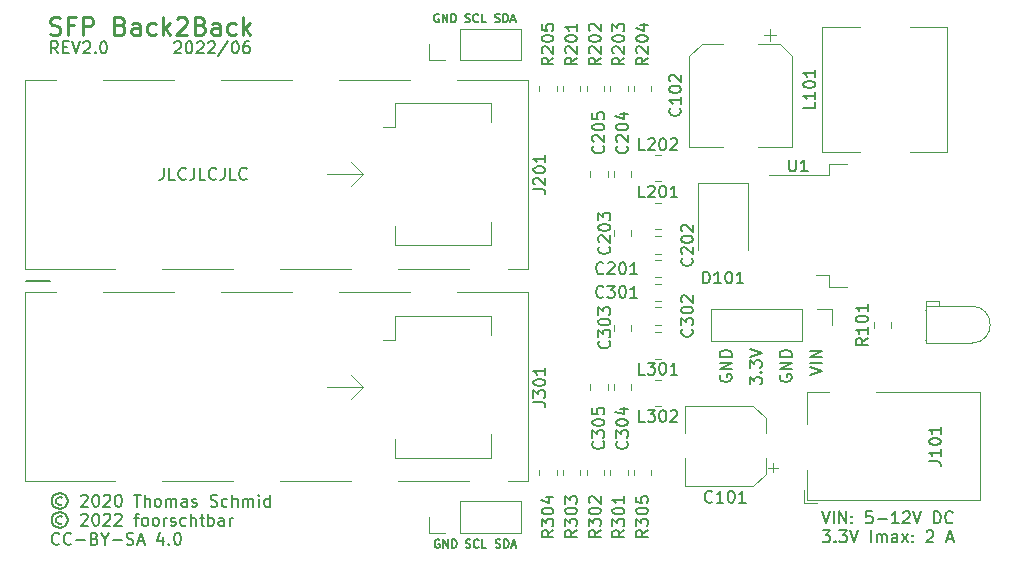
<source format=gbr>
%TF.GenerationSoftware,KiCad,Pcbnew,(6.0.5)*%
%TF.CreationDate,2022-06-11T16:34:21+02:00*%
%TF.ProjectId,SFP_Back2Back,5346505f-4261-4636-9b32-4261636b2e6b,2.0*%
%TF.SameCoordinates,Original*%
%TF.FileFunction,Legend,Top*%
%TF.FilePolarity,Positive*%
%FSLAX46Y46*%
G04 Gerber Fmt 4.6, Leading zero omitted, Abs format (unit mm)*
G04 Created by KiCad (PCBNEW (6.0.5)) date 2022-06-11 16:34:21*
%MOMM*%
%LPD*%
G01*
G04 APERTURE LIST*
%ADD10C,0.200000*%
%ADD11C,0.150000*%
%ADD12C,0.250000*%
%ADD13C,0.120000*%
G04 APERTURE END LIST*
D10*
X182000000Y-125000000D02*
X180000000Y-125000000D01*
D11*
X246352380Y-132983214D02*
X247352380Y-132649880D01*
X246352380Y-132316547D01*
X247352380Y-131983214D02*
X246352380Y-131983214D01*
X247352380Y-131507023D02*
X246352380Y-131507023D01*
X247352380Y-130935595D01*
X246352380Y-130935595D01*
X183045119Y-143380476D02*
X182949880Y-143332857D01*
X182759404Y-143332857D01*
X182664166Y-143380476D01*
X182568928Y-143475714D01*
X182521309Y-143570952D01*
X182521309Y-143761428D01*
X182568928Y-143856666D01*
X182664166Y-143951904D01*
X182759404Y-143999523D01*
X182949880Y-143999523D01*
X183045119Y-143951904D01*
X182854642Y-142999523D02*
X182616547Y-143047142D01*
X182378452Y-143190000D01*
X182235595Y-143428095D01*
X182187976Y-143666190D01*
X182235595Y-143904285D01*
X182378452Y-144142380D01*
X182616547Y-144285238D01*
X182854642Y-144332857D01*
X183092738Y-144285238D01*
X183330833Y-144142380D01*
X183473690Y-143904285D01*
X183521309Y-143666190D01*
X183473690Y-143428095D01*
X183330833Y-143190000D01*
X183092738Y-143047142D01*
X182854642Y-142999523D01*
X184664166Y-143237619D02*
X184711785Y-143190000D01*
X184807023Y-143142380D01*
X185045119Y-143142380D01*
X185140357Y-143190000D01*
X185187976Y-143237619D01*
X185235595Y-143332857D01*
X185235595Y-143428095D01*
X185187976Y-143570952D01*
X184616547Y-144142380D01*
X185235595Y-144142380D01*
X185854642Y-143142380D02*
X185949880Y-143142380D01*
X186045119Y-143190000D01*
X186092738Y-143237619D01*
X186140357Y-143332857D01*
X186187976Y-143523333D01*
X186187976Y-143761428D01*
X186140357Y-143951904D01*
X186092738Y-144047142D01*
X186045119Y-144094761D01*
X185949880Y-144142380D01*
X185854642Y-144142380D01*
X185759404Y-144094761D01*
X185711785Y-144047142D01*
X185664166Y-143951904D01*
X185616547Y-143761428D01*
X185616547Y-143523333D01*
X185664166Y-143332857D01*
X185711785Y-143237619D01*
X185759404Y-143190000D01*
X185854642Y-143142380D01*
X186568928Y-143237619D02*
X186616547Y-143190000D01*
X186711785Y-143142380D01*
X186949880Y-143142380D01*
X187045119Y-143190000D01*
X187092738Y-143237619D01*
X187140357Y-143332857D01*
X187140357Y-143428095D01*
X187092738Y-143570952D01*
X186521309Y-144142380D01*
X187140357Y-144142380D01*
X187759404Y-143142380D02*
X187854642Y-143142380D01*
X187949880Y-143190000D01*
X187997500Y-143237619D01*
X188045119Y-143332857D01*
X188092738Y-143523333D01*
X188092738Y-143761428D01*
X188045119Y-143951904D01*
X187997500Y-144047142D01*
X187949880Y-144094761D01*
X187854642Y-144142380D01*
X187759404Y-144142380D01*
X187664166Y-144094761D01*
X187616547Y-144047142D01*
X187568928Y-143951904D01*
X187521309Y-143761428D01*
X187521309Y-143523333D01*
X187568928Y-143332857D01*
X187616547Y-143237619D01*
X187664166Y-143190000D01*
X187759404Y-143142380D01*
X189140357Y-143142380D02*
X189711785Y-143142380D01*
X189426071Y-144142380D02*
X189426071Y-143142380D01*
X190045119Y-144142380D02*
X190045119Y-143142380D01*
X190473690Y-144142380D02*
X190473690Y-143618571D01*
X190426071Y-143523333D01*
X190330833Y-143475714D01*
X190187976Y-143475714D01*
X190092738Y-143523333D01*
X190045119Y-143570952D01*
X191092738Y-144142380D02*
X190997500Y-144094761D01*
X190949880Y-144047142D01*
X190902261Y-143951904D01*
X190902261Y-143666190D01*
X190949880Y-143570952D01*
X190997500Y-143523333D01*
X191092738Y-143475714D01*
X191235595Y-143475714D01*
X191330833Y-143523333D01*
X191378452Y-143570952D01*
X191426071Y-143666190D01*
X191426071Y-143951904D01*
X191378452Y-144047142D01*
X191330833Y-144094761D01*
X191235595Y-144142380D01*
X191092738Y-144142380D01*
X191854642Y-144142380D02*
X191854642Y-143475714D01*
X191854642Y-143570952D02*
X191902261Y-143523333D01*
X191997500Y-143475714D01*
X192140357Y-143475714D01*
X192235595Y-143523333D01*
X192283214Y-143618571D01*
X192283214Y-144142380D01*
X192283214Y-143618571D02*
X192330833Y-143523333D01*
X192426071Y-143475714D01*
X192568928Y-143475714D01*
X192664166Y-143523333D01*
X192711785Y-143618571D01*
X192711785Y-144142380D01*
X193616547Y-144142380D02*
X193616547Y-143618571D01*
X193568928Y-143523333D01*
X193473690Y-143475714D01*
X193283214Y-143475714D01*
X193187976Y-143523333D01*
X193616547Y-144094761D02*
X193521309Y-144142380D01*
X193283214Y-144142380D01*
X193187976Y-144094761D01*
X193140357Y-143999523D01*
X193140357Y-143904285D01*
X193187976Y-143809047D01*
X193283214Y-143761428D01*
X193521309Y-143761428D01*
X193616547Y-143713809D01*
X194045119Y-144094761D02*
X194140357Y-144142380D01*
X194330833Y-144142380D01*
X194426071Y-144094761D01*
X194473690Y-143999523D01*
X194473690Y-143951904D01*
X194426071Y-143856666D01*
X194330833Y-143809047D01*
X194187976Y-143809047D01*
X194092738Y-143761428D01*
X194045119Y-143666190D01*
X194045119Y-143618571D01*
X194092738Y-143523333D01*
X194187976Y-143475714D01*
X194330833Y-143475714D01*
X194426071Y-143523333D01*
X195616547Y-144094761D02*
X195759404Y-144142380D01*
X195997500Y-144142380D01*
X196092738Y-144094761D01*
X196140357Y-144047142D01*
X196187976Y-143951904D01*
X196187976Y-143856666D01*
X196140357Y-143761428D01*
X196092738Y-143713809D01*
X195997500Y-143666190D01*
X195807023Y-143618571D01*
X195711785Y-143570952D01*
X195664166Y-143523333D01*
X195616547Y-143428095D01*
X195616547Y-143332857D01*
X195664166Y-143237619D01*
X195711785Y-143190000D01*
X195807023Y-143142380D01*
X196045119Y-143142380D01*
X196187976Y-143190000D01*
X197045119Y-144094761D02*
X196949880Y-144142380D01*
X196759404Y-144142380D01*
X196664166Y-144094761D01*
X196616547Y-144047142D01*
X196568928Y-143951904D01*
X196568928Y-143666190D01*
X196616547Y-143570952D01*
X196664166Y-143523333D01*
X196759404Y-143475714D01*
X196949880Y-143475714D01*
X197045119Y-143523333D01*
X197473690Y-144142380D02*
X197473690Y-143142380D01*
X197902261Y-144142380D02*
X197902261Y-143618571D01*
X197854642Y-143523333D01*
X197759404Y-143475714D01*
X197616547Y-143475714D01*
X197521309Y-143523333D01*
X197473690Y-143570952D01*
X198378452Y-144142380D02*
X198378452Y-143475714D01*
X198378452Y-143570952D02*
X198426071Y-143523333D01*
X198521309Y-143475714D01*
X198664166Y-143475714D01*
X198759404Y-143523333D01*
X198807023Y-143618571D01*
X198807023Y-144142380D01*
X198807023Y-143618571D02*
X198854642Y-143523333D01*
X198949880Y-143475714D01*
X199092738Y-143475714D01*
X199187976Y-143523333D01*
X199235595Y-143618571D01*
X199235595Y-144142380D01*
X199711785Y-144142380D02*
X199711785Y-143475714D01*
X199711785Y-143142380D02*
X199664166Y-143190000D01*
X199711785Y-143237619D01*
X199759404Y-143190000D01*
X199711785Y-143142380D01*
X199711785Y-143237619D01*
X200616547Y-144142380D02*
X200616547Y-143142380D01*
X200616547Y-144094761D02*
X200521309Y-144142380D01*
X200330833Y-144142380D01*
X200235595Y-144094761D01*
X200187976Y-144047142D01*
X200140357Y-143951904D01*
X200140357Y-143666190D01*
X200187976Y-143570952D01*
X200235595Y-143523333D01*
X200330833Y-143475714D01*
X200521309Y-143475714D01*
X200616547Y-143523333D01*
X183045119Y-144990476D02*
X182949880Y-144942857D01*
X182759404Y-144942857D01*
X182664166Y-144990476D01*
X182568928Y-145085714D01*
X182521309Y-145180952D01*
X182521309Y-145371428D01*
X182568928Y-145466666D01*
X182664166Y-145561904D01*
X182759404Y-145609523D01*
X182949880Y-145609523D01*
X183045119Y-145561904D01*
X182854642Y-144609523D02*
X182616547Y-144657142D01*
X182378452Y-144800000D01*
X182235595Y-145038095D01*
X182187976Y-145276190D01*
X182235595Y-145514285D01*
X182378452Y-145752380D01*
X182616547Y-145895238D01*
X182854642Y-145942857D01*
X183092738Y-145895238D01*
X183330833Y-145752380D01*
X183473690Y-145514285D01*
X183521309Y-145276190D01*
X183473690Y-145038095D01*
X183330833Y-144800000D01*
X183092738Y-144657142D01*
X182854642Y-144609523D01*
X184664166Y-144847619D02*
X184711785Y-144800000D01*
X184807023Y-144752380D01*
X185045119Y-144752380D01*
X185140357Y-144800000D01*
X185187976Y-144847619D01*
X185235595Y-144942857D01*
X185235595Y-145038095D01*
X185187976Y-145180952D01*
X184616547Y-145752380D01*
X185235595Y-145752380D01*
X185854642Y-144752380D02*
X185949880Y-144752380D01*
X186045119Y-144800000D01*
X186092738Y-144847619D01*
X186140357Y-144942857D01*
X186187976Y-145133333D01*
X186187976Y-145371428D01*
X186140357Y-145561904D01*
X186092738Y-145657142D01*
X186045119Y-145704761D01*
X185949880Y-145752380D01*
X185854642Y-145752380D01*
X185759404Y-145704761D01*
X185711785Y-145657142D01*
X185664166Y-145561904D01*
X185616547Y-145371428D01*
X185616547Y-145133333D01*
X185664166Y-144942857D01*
X185711785Y-144847619D01*
X185759404Y-144800000D01*
X185854642Y-144752380D01*
X186568928Y-144847619D02*
X186616547Y-144800000D01*
X186711785Y-144752380D01*
X186949880Y-144752380D01*
X187045119Y-144800000D01*
X187092738Y-144847619D01*
X187140357Y-144942857D01*
X187140357Y-145038095D01*
X187092738Y-145180952D01*
X186521309Y-145752380D01*
X187140357Y-145752380D01*
X187521309Y-144847619D02*
X187568928Y-144800000D01*
X187664166Y-144752380D01*
X187902261Y-144752380D01*
X187997500Y-144800000D01*
X188045119Y-144847619D01*
X188092738Y-144942857D01*
X188092738Y-145038095D01*
X188045119Y-145180952D01*
X187473690Y-145752380D01*
X188092738Y-145752380D01*
X189140357Y-145085714D02*
X189521309Y-145085714D01*
X189283214Y-145752380D02*
X189283214Y-144895238D01*
X189330833Y-144800000D01*
X189426071Y-144752380D01*
X189521309Y-144752380D01*
X189997500Y-145752380D02*
X189902261Y-145704761D01*
X189854642Y-145657142D01*
X189807023Y-145561904D01*
X189807023Y-145276190D01*
X189854642Y-145180952D01*
X189902261Y-145133333D01*
X189997500Y-145085714D01*
X190140357Y-145085714D01*
X190235595Y-145133333D01*
X190283214Y-145180952D01*
X190330833Y-145276190D01*
X190330833Y-145561904D01*
X190283214Y-145657142D01*
X190235595Y-145704761D01*
X190140357Y-145752380D01*
X189997500Y-145752380D01*
X190902261Y-145752380D02*
X190807023Y-145704761D01*
X190759404Y-145657142D01*
X190711785Y-145561904D01*
X190711785Y-145276190D01*
X190759404Y-145180952D01*
X190807023Y-145133333D01*
X190902261Y-145085714D01*
X191045119Y-145085714D01*
X191140357Y-145133333D01*
X191187976Y-145180952D01*
X191235595Y-145276190D01*
X191235595Y-145561904D01*
X191187976Y-145657142D01*
X191140357Y-145704761D01*
X191045119Y-145752380D01*
X190902261Y-145752380D01*
X191664166Y-145752380D02*
X191664166Y-145085714D01*
X191664166Y-145276190D02*
X191711785Y-145180952D01*
X191759404Y-145133333D01*
X191854642Y-145085714D01*
X191949880Y-145085714D01*
X192235595Y-145704761D02*
X192330833Y-145752380D01*
X192521309Y-145752380D01*
X192616547Y-145704761D01*
X192664166Y-145609523D01*
X192664166Y-145561904D01*
X192616547Y-145466666D01*
X192521309Y-145419047D01*
X192378452Y-145419047D01*
X192283214Y-145371428D01*
X192235595Y-145276190D01*
X192235595Y-145228571D01*
X192283214Y-145133333D01*
X192378452Y-145085714D01*
X192521309Y-145085714D01*
X192616547Y-145133333D01*
X193521309Y-145704761D02*
X193426071Y-145752380D01*
X193235595Y-145752380D01*
X193140357Y-145704761D01*
X193092738Y-145657142D01*
X193045119Y-145561904D01*
X193045119Y-145276190D01*
X193092738Y-145180952D01*
X193140357Y-145133333D01*
X193235595Y-145085714D01*
X193426071Y-145085714D01*
X193521309Y-145133333D01*
X193949880Y-145752380D02*
X193949880Y-144752380D01*
X194378452Y-145752380D02*
X194378452Y-145228571D01*
X194330833Y-145133333D01*
X194235595Y-145085714D01*
X194092738Y-145085714D01*
X193997500Y-145133333D01*
X193949880Y-145180952D01*
X194711785Y-145085714D02*
X195092738Y-145085714D01*
X194854642Y-144752380D02*
X194854642Y-145609523D01*
X194902261Y-145704761D01*
X194997500Y-145752380D01*
X195092738Y-145752380D01*
X195426071Y-145752380D02*
X195426071Y-144752380D01*
X195426071Y-145133333D02*
X195521309Y-145085714D01*
X195711785Y-145085714D01*
X195807023Y-145133333D01*
X195854642Y-145180952D01*
X195902261Y-145276190D01*
X195902261Y-145561904D01*
X195854642Y-145657142D01*
X195807023Y-145704761D01*
X195711785Y-145752380D01*
X195521309Y-145752380D01*
X195426071Y-145704761D01*
X196759404Y-145752380D02*
X196759404Y-145228571D01*
X196711785Y-145133333D01*
X196616547Y-145085714D01*
X196426071Y-145085714D01*
X196330833Y-145133333D01*
X196759404Y-145704761D02*
X196664166Y-145752380D01*
X196426071Y-145752380D01*
X196330833Y-145704761D01*
X196283214Y-145609523D01*
X196283214Y-145514285D01*
X196330833Y-145419047D01*
X196426071Y-145371428D01*
X196664166Y-145371428D01*
X196759404Y-145323809D01*
X197235595Y-145752380D02*
X197235595Y-145085714D01*
X197235595Y-145276190D02*
X197283214Y-145180952D01*
X197330833Y-145133333D01*
X197426071Y-145085714D01*
X197521309Y-145085714D01*
X182807023Y-147267142D02*
X182759404Y-147314761D01*
X182616547Y-147362380D01*
X182521309Y-147362380D01*
X182378452Y-147314761D01*
X182283214Y-147219523D01*
X182235595Y-147124285D01*
X182187976Y-146933809D01*
X182187976Y-146790952D01*
X182235595Y-146600476D01*
X182283214Y-146505238D01*
X182378452Y-146410000D01*
X182521309Y-146362380D01*
X182616547Y-146362380D01*
X182759404Y-146410000D01*
X182807023Y-146457619D01*
X183807023Y-147267142D02*
X183759404Y-147314761D01*
X183616547Y-147362380D01*
X183521309Y-147362380D01*
X183378452Y-147314761D01*
X183283214Y-147219523D01*
X183235595Y-147124285D01*
X183187976Y-146933809D01*
X183187976Y-146790952D01*
X183235595Y-146600476D01*
X183283214Y-146505238D01*
X183378452Y-146410000D01*
X183521309Y-146362380D01*
X183616547Y-146362380D01*
X183759404Y-146410000D01*
X183807023Y-146457619D01*
X184235595Y-146981428D02*
X184997500Y-146981428D01*
X185807023Y-146838571D02*
X185949880Y-146886190D01*
X185997500Y-146933809D01*
X186045119Y-147029047D01*
X186045119Y-147171904D01*
X185997500Y-147267142D01*
X185949880Y-147314761D01*
X185854642Y-147362380D01*
X185473690Y-147362380D01*
X185473690Y-146362380D01*
X185807023Y-146362380D01*
X185902261Y-146410000D01*
X185949880Y-146457619D01*
X185997500Y-146552857D01*
X185997500Y-146648095D01*
X185949880Y-146743333D01*
X185902261Y-146790952D01*
X185807023Y-146838571D01*
X185473690Y-146838571D01*
X186664166Y-146886190D02*
X186664166Y-147362380D01*
X186330833Y-146362380D02*
X186664166Y-146886190D01*
X186997500Y-146362380D01*
X187330833Y-146981428D02*
X188092738Y-146981428D01*
X188521309Y-147314761D02*
X188664166Y-147362380D01*
X188902261Y-147362380D01*
X188997500Y-147314761D01*
X189045119Y-147267142D01*
X189092738Y-147171904D01*
X189092738Y-147076666D01*
X189045119Y-146981428D01*
X188997500Y-146933809D01*
X188902261Y-146886190D01*
X188711785Y-146838571D01*
X188616547Y-146790952D01*
X188568928Y-146743333D01*
X188521309Y-146648095D01*
X188521309Y-146552857D01*
X188568928Y-146457619D01*
X188616547Y-146410000D01*
X188711785Y-146362380D01*
X188949880Y-146362380D01*
X189092738Y-146410000D01*
X189473690Y-147076666D02*
X189949880Y-147076666D01*
X189378452Y-147362380D02*
X189711785Y-146362380D01*
X190045119Y-147362380D01*
X191568928Y-146695714D02*
X191568928Y-147362380D01*
X191330833Y-146314761D02*
X191092738Y-147029047D01*
X191711785Y-147029047D01*
X192092738Y-147267142D02*
X192140357Y-147314761D01*
X192092738Y-147362380D01*
X192045119Y-147314761D01*
X192092738Y-147267142D01*
X192092738Y-147362380D01*
X192759404Y-146362380D02*
X192854642Y-146362380D01*
X192949880Y-146410000D01*
X192997500Y-146457619D01*
X193045119Y-146552857D01*
X193092738Y-146743333D01*
X193092738Y-146981428D01*
X193045119Y-147171904D01*
X192997500Y-147267142D01*
X192949880Y-147314761D01*
X192854642Y-147362380D01*
X192759404Y-147362380D01*
X192664166Y-147314761D01*
X192616547Y-147267142D01*
X192568928Y-147171904D01*
X192521309Y-146981428D01*
X192521309Y-146743333D01*
X192568928Y-146552857D01*
X192616547Y-146457619D01*
X192664166Y-146410000D01*
X192759404Y-146362380D01*
X217181666Y-103083333D02*
X217281666Y-103116666D01*
X217448333Y-103116666D01*
X217515000Y-103083333D01*
X217548333Y-103050000D01*
X217581666Y-102983333D01*
X217581666Y-102916666D01*
X217548333Y-102850000D01*
X217515000Y-102816666D01*
X217448333Y-102783333D01*
X217315000Y-102750000D01*
X217248333Y-102716666D01*
X217215000Y-102683333D01*
X217181666Y-102616666D01*
X217181666Y-102550000D01*
X217215000Y-102483333D01*
X217248333Y-102450000D01*
X217315000Y-102416666D01*
X217481666Y-102416666D01*
X217581666Y-102450000D01*
X218281666Y-103050000D02*
X218248333Y-103083333D01*
X218148333Y-103116666D01*
X218081666Y-103116666D01*
X217981666Y-103083333D01*
X217915000Y-103016666D01*
X217881666Y-102950000D01*
X217848333Y-102816666D01*
X217848333Y-102716666D01*
X217881666Y-102583333D01*
X217915000Y-102516666D01*
X217981666Y-102450000D01*
X218081666Y-102416666D01*
X218148333Y-102416666D01*
X218248333Y-102450000D01*
X218281666Y-102483333D01*
X218915000Y-103116666D02*
X218581666Y-103116666D01*
X218581666Y-102416666D01*
X219705000Y-103083333D02*
X219805000Y-103116666D01*
X219971666Y-103116666D01*
X220038333Y-103083333D01*
X220071666Y-103050000D01*
X220105000Y-102983333D01*
X220105000Y-102916666D01*
X220071666Y-102850000D01*
X220038333Y-102816666D01*
X219971666Y-102783333D01*
X219838333Y-102750000D01*
X219771666Y-102716666D01*
X219738333Y-102683333D01*
X219705000Y-102616666D01*
X219705000Y-102550000D01*
X219738333Y-102483333D01*
X219771666Y-102450000D01*
X219838333Y-102416666D01*
X220005000Y-102416666D01*
X220105000Y-102450000D01*
X220405000Y-103116666D02*
X220405000Y-102416666D01*
X220571666Y-102416666D01*
X220671666Y-102450000D01*
X220738333Y-102516666D01*
X220771666Y-102583333D01*
X220805000Y-102716666D01*
X220805000Y-102816666D01*
X220771666Y-102950000D01*
X220738333Y-103016666D01*
X220671666Y-103083333D01*
X220571666Y-103116666D01*
X220405000Y-103116666D01*
X221071666Y-102916666D02*
X221405000Y-102916666D01*
X221005000Y-103116666D02*
X221238333Y-102416666D01*
X221471666Y-103116666D01*
X217226666Y-147583333D02*
X217326666Y-147616666D01*
X217493333Y-147616666D01*
X217560000Y-147583333D01*
X217593333Y-147550000D01*
X217626666Y-147483333D01*
X217626666Y-147416666D01*
X217593333Y-147350000D01*
X217560000Y-147316666D01*
X217493333Y-147283333D01*
X217360000Y-147250000D01*
X217293333Y-147216666D01*
X217260000Y-147183333D01*
X217226666Y-147116666D01*
X217226666Y-147050000D01*
X217260000Y-146983333D01*
X217293333Y-146950000D01*
X217360000Y-146916666D01*
X217526666Y-146916666D01*
X217626666Y-146950000D01*
X218326666Y-147550000D02*
X218293333Y-147583333D01*
X218193333Y-147616666D01*
X218126666Y-147616666D01*
X218026666Y-147583333D01*
X217960000Y-147516666D01*
X217926666Y-147450000D01*
X217893333Y-147316666D01*
X217893333Y-147216666D01*
X217926666Y-147083333D01*
X217960000Y-147016666D01*
X218026666Y-146950000D01*
X218126666Y-146916666D01*
X218193333Y-146916666D01*
X218293333Y-146950000D01*
X218326666Y-146983333D01*
X218960000Y-147616666D02*
X218626666Y-147616666D01*
X218626666Y-146916666D01*
X238780000Y-132983214D02*
X238732380Y-133078452D01*
X238732380Y-133221309D01*
X238780000Y-133364166D01*
X238875238Y-133459404D01*
X238970476Y-133507023D01*
X239160952Y-133554642D01*
X239303809Y-133554642D01*
X239494285Y-133507023D01*
X239589523Y-133459404D01*
X239684761Y-133364166D01*
X239732380Y-133221309D01*
X239732380Y-133126071D01*
X239684761Y-132983214D01*
X239637142Y-132935595D01*
X239303809Y-132935595D01*
X239303809Y-133126071D01*
X239732380Y-132507023D02*
X238732380Y-132507023D01*
X239732380Y-131935595D01*
X238732380Y-131935595D01*
X239732380Y-131459404D02*
X238732380Y-131459404D01*
X238732380Y-131221309D01*
X238780000Y-131078452D01*
X238875238Y-130983214D01*
X238970476Y-130935595D01*
X239160952Y-130887976D01*
X239303809Y-130887976D01*
X239494285Y-130935595D01*
X239589523Y-130983214D01*
X239684761Y-131078452D01*
X239732380Y-131221309D01*
X239732380Y-131459404D01*
X182707023Y-105752380D02*
X182373690Y-105276190D01*
X182135595Y-105752380D02*
X182135595Y-104752380D01*
X182516547Y-104752380D01*
X182611785Y-104800000D01*
X182659404Y-104847619D01*
X182707023Y-104942857D01*
X182707023Y-105085714D01*
X182659404Y-105180952D01*
X182611785Y-105228571D01*
X182516547Y-105276190D01*
X182135595Y-105276190D01*
X183135595Y-105228571D02*
X183468928Y-105228571D01*
X183611785Y-105752380D02*
X183135595Y-105752380D01*
X183135595Y-104752380D01*
X183611785Y-104752380D01*
X183897500Y-104752380D02*
X184230833Y-105752380D01*
X184564166Y-104752380D01*
X184849880Y-104847619D02*
X184897500Y-104800000D01*
X184992738Y-104752380D01*
X185230833Y-104752380D01*
X185326071Y-104800000D01*
X185373690Y-104847619D01*
X185421309Y-104942857D01*
X185421309Y-105038095D01*
X185373690Y-105180952D01*
X184802261Y-105752380D01*
X185421309Y-105752380D01*
X185849880Y-105657142D02*
X185897500Y-105704761D01*
X185849880Y-105752380D01*
X185802261Y-105704761D01*
X185849880Y-105657142D01*
X185849880Y-105752380D01*
X186516547Y-104752380D02*
X186611785Y-104752380D01*
X186707023Y-104800000D01*
X186754642Y-104847619D01*
X186802261Y-104942857D01*
X186849880Y-105133333D01*
X186849880Y-105371428D01*
X186802261Y-105561904D01*
X186754642Y-105657142D01*
X186707023Y-105704761D01*
X186611785Y-105752380D01*
X186516547Y-105752380D01*
X186421309Y-105704761D01*
X186373690Y-105657142D01*
X186326071Y-105561904D01*
X186278452Y-105371428D01*
X186278452Y-105133333D01*
X186326071Y-104942857D01*
X186373690Y-104847619D01*
X186421309Y-104800000D01*
X186516547Y-104752380D01*
X192564166Y-104847619D02*
X192611785Y-104800000D01*
X192707023Y-104752380D01*
X192945119Y-104752380D01*
X193040357Y-104800000D01*
X193087976Y-104847619D01*
X193135595Y-104942857D01*
X193135595Y-105038095D01*
X193087976Y-105180952D01*
X192516547Y-105752380D01*
X193135595Y-105752380D01*
X193754642Y-104752380D02*
X193849880Y-104752380D01*
X193945119Y-104800000D01*
X193992738Y-104847619D01*
X194040357Y-104942857D01*
X194087976Y-105133333D01*
X194087976Y-105371428D01*
X194040357Y-105561904D01*
X193992738Y-105657142D01*
X193945119Y-105704761D01*
X193849880Y-105752380D01*
X193754642Y-105752380D01*
X193659404Y-105704761D01*
X193611785Y-105657142D01*
X193564166Y-105561904D01*
X193516547Y-105371428D01*
X193516547Y-105133333D01*
X193564166Y-104942857D01*
X193611785Y-104847619D01*
X193659404Y-104800000D01*
X193754642Y-104752380D01*
X194468928Y-104847619D02*
X194516547Y-104800000D01*
X194611785Y-104752380D01*
X194849880Y-104752380D01*
X194945119Y-104800000D01*
X194992738Y-104847619D01*
X195040357Y-104942857D01*
X195040357Y-105038095D01*
X194992738Y-105180952D01*
X194421309Y-105752380D01*
X195040357Y-105752380D01*
X195421309Y-104847619D02*
X195468928Y-104800000D01*
X195564166Y-104752380D01*
X195802261Y-104752380D01*
X195897500Y-104800000D01*
X195945119Y-104847619D01*
X195992738Y-104942857D01*
X195992738Y-105038095D01*
X195945119Y-105180952D01*
X195373690Y-105752380D01*
X195992738Y-105752380D01*
X197135595Y-104704761D02*
X196278452Y-105990476D01*
X197659404Y-104752380D02*
X197754642Y-104752380D01*
X197849880Y-104800000D01*
X197897500Y-104847619D01*
X197945119Y-104942857D01*
X197992738Y-105133333D01*
X197992738Y-105371428D01*
X197945119Y-105561904D01*
X197897500Y-105657142D01*
X197849880Y-105704761D01*
X197754642Y-105752380D01*
X197659404Y-105752380D01*
X197564166Y-105704761D01*
X197516547Y-105657142D01*
X197468928Y-105561904D01*
X197421309Y-105371428D01*
X197421309Y-105133333D01*
X197468928Y-104942857D01*
X197516547Y-104847619D01*
X197564166Y-104800000D01*
X197659404Y-104752380D01*
X198849880Y-104752380D02*
X198659404Y-104752380D01*
X198564166Y-104800000D01*
X198516547Y-104847619D01*
X198421309Y-104990476D01*
X198373690Y-105180952D01*
X198373690Y-105561904D01*
X198421309Y-105657142D01*
X198468928Y-105704761D01*
X198564166Y-105752380D01*
X198754642Y-105752380D01*
X198849880Y-105704761D01*
X198897500Y-105657142D01*
X198945119Y-105561904D01*
X198945119Y-105323809D01*
X198897500Y-105228571D01*
X198849880Y-105180952D01*
X198754642Y-105133333D01*
X198564166Y-105133333D01*
X198468928Y-105180952D01*
X198421309Y-105228571D01*
X198373690Y-105323809D01*
X214986666Y-146950000D02*
X214920000Y-146916666D01*
X214820000Y-146916666D01*
X214720000Y-146950000D01*
X214653333Y-147016666D01*
X214620000Y-147083333D01*
X214586666Y-147216666D01*
X214586666Y-147316666D01*
X214620000Y-147450000D01*
X214653333Y-147516666D01*
X214720000Y-147583333D01*
X214820000Y-147616666D01*
X214886666Y-147616666D01*
X214986666Y-147583333D01*
X215020000Y-147550000D01*
X215020000Y-147316666D01*
X214886666Y-147316666D01*
X215320000Y-147616666D02*
X215320000Y-146916666D01*
X215720000Y-147616666D01*
X215720000Y-146916666D01*
X216053333Y-147616666D02*
X216053333Y-146916666D01*
X216220000Y-146916666D01*
X216320000Y-146950000D01*
X216386666Y-147016666D01*
X216420000Y-147083333D01*
X216453333Y-147216666D01*
X216453333Y-147316666D01*
X216420000Y-147450000D01*
X216386666Y-147516666D01*
X216320000Y-147583333D01*
X216220000Y-147616666D01*
X216053333Y-147616666D01*
X241272380Y-133792738D02*
X241272380Y-133173690D01*
X241653333Y-133507023D01*
X241653333Y-133364166D01*
X241700952Y-133268928D01*
X241748571Y-133221309D01*
X241843809Y-133173690D01*
X242081904Y-133173690D01*
X242177142Y-133221309D01*
X242224761Y-133268928D01*
X242272380Y-133364166D01*
X242272380Y-133649880D01*
X242224761Y-133745119D01*
X242177142Y-133792738D01*
X242177142Y-132745119D02*
X242224761Y-132697500D01*
X242272380Y-132745119D01*
X242224761Y-132792738D01*
X242177142Y-132745119D01*
X242272380Y-132745119D01*
X241272380Y-132364166D02*
X241272380Y-131745119D01*
X241653333Y-132078452D01*
X241653333Y-131935595D01*
X241700952Y-131840357D01*
X241748571Y-131792738D01*
X241843809Y-131745119D01*
X242081904Y-131745119D01*
X242177142Y-131792738D01*
X242224761Y-131840357D01*
X242272380Y-131935595D01*
X242272380Y-132221309D01*
X242224761Y-132316547D01*
X242177142Y-132364166D01*
X241272380Y-131459404D02*
X242272380Y-131126071D01*
X241272380Y-130792738D01*
X243860000Y-132983214D02*
X243812380Y-133078452D01*
X243812380Y-133221309D01*
X243860000Y-133364166D01*
X243955238Y-133459404D01*
X244050476Y-133507023D01*
X244240952Y-133554642D01*
X244383809Y-133554642D01*
X244574285Y-133507023D01*
X244669523Y-133459404D01*
X244764761Y-133364166D01*
X244812380Y-133221309D01*
X244812380Y-133126071D01*
X244764761Y-132983214D01*
X244717142Y-132935595D01*
X244383809Y-132935595D01*
X244383809Y-133126071D01*
X244812380Y-132507023D02*
X243812380Y-132507023D01*
X244812380Y-131935595D01*
X243812380Y-131935595D01*
X244812380Y-131459404D02*
X243812380Y-131459404D01*
X243812380Y-131221309D01*
X243860000Y-131078452D01*
X243955238Y-130983214D01*
X244050476Y-130935595D01*
X244240952Y-130887976D01*
X244383809Y-130887976D01*
X244574285Y-130935595D01*
X244669523Y-130983214D01*
X244764761Y-131078452D01*
X244812380Y-131221309D01*
X244812380Y-131459404D01*
X219750000Y-147583333D02*
X219850000Y-147616666D01*
X220016666Y-147616666D01*
X220083333Y-147583333D01*
X220116666Y-147550000D01*
X220150000Y-147483333D01*
X220150000Y-147416666D01*
X220116666Y-147350000D01*
X220083333Y-147316666D01*
X220016666Y-147283333D01*
X219883333Y-147250000D01*
X219816666Y-147216666D01*
X219783333Y-147183333D01*
X219750000Y-147116666D01*
X219750000Y-147050000D01*
X219783333Y-146983333D01*
X219816666Y-146950000D01*
X219883333Y-146916666D01*
X220050000Y-146916666D01*
X220150000Y-146950000D01*
X220450000Y-147616666D02*
X220450000Y-146916666D01*
X220616666Y-146916666D01*
X220716666Y-146950000D01*
X220783333Y-147016666D01*
X220816666Y-147083333D01*
X220850000Y-147216666D01*
X220850000Y-147316666D01*
X220816666Y-147450000D01*
X220783333Y-147516666D01*
X220716666Y-147583333D01*
X220616666Y-147616666D01*
X220450000Y-147616666D01*
X221116666Y-147416666D02*
X221450000Y-147416666D01*
X221050000Y-147616666D02*
X221283333Y-146916666D01*
X221516666Y-147616666D01*
X191666666Y-115452380D02*
X191666666Y-116166666D01*
X191619047Y-116309523D01*
X191523809Y-116404761D01*
X191380952Y-116452380D01*
X191285714Y-116452380D01*
X192619047Y-116452380D02*
X192142857Y-116452380D01*
X192142857Y-115452380D01*
X193523809Y-116357142D02*
X193476190Y-116404761D01*
X193333333Y-116452380D01*
X193238095Y-116452380D01*
X193095238Y-116404761D01*
X193000000Y-116309523D01*
X192952380Y-116214285D01*
X192904761Y-116023809D01*
X192904761Y-115880952D01*
X192952380Y-115690476D01*
X193000000Y-115595238D01*
X193095238Y-115500000D01*
X193238095Y-115452380D01*
X193333333Y-115452380D01*
X193476190Y-115500000D01*
X193523809Y-115547619D01*
X194238095Y-115452380D02*
X194238095Y-116166666D01*
X194190476Y-116309523D01*
X194095238Y-116404761D01*
X193952380Y-116452380D01*
X193857142Y-116452380D01*
X195190476Y-116452380D02*
X194714285Y-116452380D01*
X194714285Y-115452380D01*
X196095238Y-116357142D02*
X196047619Y-116404761D01*
X195904761Y-116452380D01*
X195809523Y-116452380D01*
X195666666Y-116404761D01*
X195571428Y-116309523D01*
X195523809Y-116214285D01*
X195476190Y-116023809D01*
X195476190Y-115880952D01*
X195523809Y-115690476D01*
X195571428Y-115595238D01*
X195666666Y-115500000D01*
X195809523Y-115452380D01*
X195904761Y-115452380D01*
X196047619Y-115500000D01*
X196095238Y-115547619D01*
X196809523Y-115452380D02*
X196809523Y-116166666D01*
X196761904Y-116309523D01*
X196666666Y-116404761D01*
X196523809Y-116452380D01*
X196428571Y-116452380D01*
X197761904Y-116452380D02*
X197285714Y-116452380D01*
X197285714Y-115452380D01*
X198666666Y-116357142D02*
X198619047Y-116404761D01*
X198476190Y-116452380D01*
X198380952Y-116452380D01*
X198238095Y-116404761D01*
X198142857Y-116309523D01*
X198095238Y-116214285D01*
X198047619Y-116023809D01*
X198047619Y-115880952D01*
X198095238Y-115690476D01*
X198142857Y-115595238D01*
X198238095Y-115500000D01*
X198380952Y-115452380D01*
X198476190Y-115452380D01*
X198619047Y-115500000D01*
X198666666Y-115547619D01*
X214941666Y-102450000D02*
X214875000Y-102416666D01*
X214775000Y-102416666D01*
X214675000Y-102450000D01*
X214608333Y-102516666D01*
X214575000Y-102583333D01*
X214541666Y-102716666D01*
X214541666Y-102816666D01*
X214575000Y-102950000D01*
X214608333Y-103016666D01*
X214675000Y-103083333D01*
X214775000Y-103116666D01*
X214841666Y-103116666D01*
X214941666Y-103083333D01*
X214975000Y-103050000D01*
X214975000Y-102816666D01*
X214841666Y-102816666D01*
X215275000Y-103116666D02*
X215275000Y-102416666D01*
X215675000Y-103116666D01*
X215675000Y-102416666D01*
X216008333Y-103116666D02*
X216008333Y-102416666D01*
X216175000Y-102416666D01*
X216275000Y-102450000D01*
X216341666Y-102516666D01*
X216375000Y-102583333D01*
X216408333Y-102716666D01*
X216408333Y-102816666D01*
X216375000Y-102950000D01*
X216341666Y-103016666D01*
X216275000Y-103083333D01*
X216175000Y-103116666D01*
X216008333Y-103116666D01*
X247392738Y-144547380D02*
X247726071Y-145547380D01*
X248059404Y-144547380D01*
X248392738Y-145547380D02*
X248392738Y-144547380D01*
X248868928Y-145547380D02*
X248868928Y-144547380D01*
X249440357Y-145547380D01*
X249440357Y-144547380D01*
X249916547Y-145452142D02*
X249964166Y-145499761D01*
X249916547Y-145547380D01*
X249868928Y-145499761D01*
X249916547Y-145452142D01*
X249916547Y-145547380D01*
X249916547Y-144928333D02*
X249964166Y-144975952D01*
X249916547Y-145023571D01*
X249868928Y-144975952D01*
X249916547Y-144928333D01*
X249916547Y-145023571D01*
X251630833Y-144547380D02*
X251154642Y-144547380D01*
X251107023Y-145023571D01*
X251154642Y-144975952D01*
X251249880Y-144928333D01*
X251487976Y-144928333D01*
X251583214Y-144975952D01*
X251630833Y-145023571D01*
X251678452Y-145118809D01*
X251678452Y-145356904D01*
X251630833Y-145452142D01*
X251583214Y-145499761D01*
X251487976Y-145547380D01*
X251249880Y-145547380D01*
X251154642Y-145499761D01*
X251107023Y-145452142D01*
X252107023Y-145166428D02*
X252868928Y-145166428D01*
X253868928Y-145547380D02*
X253297500Y-145547380D01*
X253583214Y-145547380D02*
X253583214Y-144547380D01*
X253487976Y-144690238D01*
X253392738Y-144785476D01*
X253297500Y-144833095D01*
X254249880Y-144642619D02*
X254297500Y-144595000D01*
X254392738Y-144547380D01*
X254630833Y-144547380D01*
X254726071Y-144595000D01*
X254773690Y-144642619D01*
X254821309Y-144737857D01*
X254821309Y-144833095D01*
X254773690Y-144975952D01*
X254202261Y-145547380D01*
X254821309Y-145547380D01*
X255107023Y-144547380D02*
X255440357Y-145547380D01*
X255773690Y-144547380D01*
X256868928Y-145547380D02*
X256868928Y-144547380D01*
X257107023Y-144547380D01*
X257249880Y-144595000D01*
X257345119Y-144690238D01*
X257392738Y-144785476D01*
X257440357Y-144975952D01*
X257440357Y-145118809D01*
X257392738Y-145309285D01*
X257345119Y-145404523D01*
X257249880Y-145499761D01*
X257107023Y-145547380D01*
X256868928Y-145547380D01*
X258440357Y-145452142D02*
X258392738Y-145499761D01*
X258249880Y-145547380D01*
X258154642Y-145547380D01*
X258011785Y-145499761D01*
X257916547Y-145404523D01*
X257868928Y-145309285D01*
X257821309Y-145118809D01*
X257821309Y-144975952D01*
X257868928Y-144785476D01*
X257916547Y-144690238D01*
X258011785Y-144595000D01*
X258154642Y-144547380D01*
X258249880Y-144547380D01*
X258392738Y-144595000D01*
X258440357Y-144642619D01*
X247440357Y-146157380D02*
X248059404Y-146157380D01*
X247726071Y-146538333D01*
X247868928Y-146538333D01*
X247964166Y-146585952D01*
X248011785Y-146633571D01*
X248059404Y-146728809D01*
X248059404Y-146966904D01*
X248011785Y-147062142D01*
X247964166Y-147109761D01*
X247868928Y-147157380D01*
X247583214Y-147157380D01*
X247487976Y-147109761D01*
X247440357Y-147062142D01*
X248487976Y-147062142D02*
X248535595Y-147109761D01*
X248487976Y-147157380D01*
X248440357Y-147109761D01*
X248487976Y-147062142D01*
X248487976Y-147157380D01*
X248868928Y-146157380D02*
X249487976Y-146157380D01*
X249154642Y-146538333D01*
X249297500Y-146538333D01*
X249392738Y-146585952D01*
X249440357Y-146633571D01*
X249487976Y-146728809D01*
X249487976Y-146966904D01*
X249440357Y-147062142D01*
X249392738Y-147109761D01*
X249297500Y-147157380D01*
X249011785Y-147157380D01*
X248916547Y-147109761D01*
X248868928Y-147062142D01*
X249773690Y-146157380D02*
X250107023Y-147157380D01*
X250440357Y-146157380D01*
X251535595Y-147157380D02*
X251535595Y-146157380D01*
X252011785Y-147157380D02*
X252011785Y-146490714D01*
X252011785Y-146585952D02*
X252059404Y-146538333D01*
X252154642Y-146490714D01*
X252297500Y-146490714D01*
X252392738Y-146538333D01*
X252440357Y-146633571D01*
X252440357Y-147157380D01*
X252440357Y-146633571D02*
X252487976Y-146538333D01*
X252583214Y-146490714D01*
X252726071Y-146490714D01*
X252821309Y-146538333D01*
X252868928Y-146633571D01*
X252868928Y-147157380D01*
X253773690Y-147157380D02*
X253773690Y-146633571D01*
X253726071Y-146538333D01*
X253630833Y-146490714D01*
X253440357Y-146490714D01*
X253345119Y-146538333D01*
X253773690Y-147109761D02*
X253678452Y-147157380D01*
X253440357Y-147157380D01*
X253345119Y-147109761D01*
X253297500Y-147014523D01*
X253297500Y-146919285D01*
X253345119Y-146824047D01*
X253440357Y-146776428D01*
X253678452Y-146776428D01*
X253773690Y-146728809D01*
X254154642Y-147157380D02*
X254678452Y-146490714D01*
X254154642Y-146490714D02*
X254678452Y-147157380D01*
X255059404Y-147062142D02*
X255107023Y-147109761D01*
X255059404Y-147157380D01*
X255011785Y-147109761D01*
X255059404Y-147062142D01*
X255059404Y-147157380D01*
X255059404Y-146538333D02*
X255107023Y-146585952D01*
X255059404Y-146633571D01*
X255011785Y-146585952D01*
X255059404Y-146538333D01*
X255059404Y-146633571D01*
X256249880Y-146252619D02*
X256297500Y-146205000D01*
X256392738Y-146157380D01*
X256630833Y-146157380D01*
X256726071Y-146205000D01*
X256773690Y-146252619D01*
X256821309Y-146347857D01*
X256821309Y-146443095D01*
X256773690Y-146585952D01*
X256202261Y-147157380D01*
X256821309Y-147157380D01*
X257964166Y-146871666D02*
X258440357Y-146871666D01*
X257868928Y-147157380D02*
X258202261Y-146157380D01*
X258535595Y-147157380D01*
D12*
X182048214Y-104107142D02*
X182262500Y-104178571D01*
X182619642Y-104178571D01*
X182762500Y-104107142D01*
X182833928Y-104035714D01*
X182905357Y-103892857D01*
X182905357Y-103750000D01*
X182833928Y-103607142D01*
X182762500Y-103535714D01*
X182619642Y-103464285D01*
X182333928Y-103392857D01*
X182191071Y-103321428D01*
X182119642Y-103250000D01*
X182048214Y-103107142D01*
X182048214Y-102964285D01*
X182119642Y-102821428D01*
X182191071Y-102750000D01*
X182333928Y-102678571D01*
X182691071Y-102678571D01*
X182905357Y-102750000D01*
X184048214Y-103392857D02*
X183548214Y-103392857D01*
X183548214Y-104178571D02*
X183548214Y-102678571D01*
X184262500Y-102678571D01*
X184833928Y-104178571D02*
X184833928Y-102678571D01*
X185405357Y-102678571D01*
X185548214Y-102750000D01*
X185619642Y-102821428D01*
X185691071Y-102964285D01*
X185691071Y-103178571D01*
X185619642Y-103321428D01*
X185548214Y-103392857D01*
X185405357Y-103464285D01*
X184833928Y-103464285D01*
X187976785Y-103392857D02*
X188191071Y-103464285D01*
X188262500Y-103535714D01*
X188333928Y-103678571D01*
X188333928Y-103892857D01*
X188262500Y-104035714D01*
X188191071Y-104107142D01*
X188048214Y-104178571D01*
X187476785Y-104178571D01*
X187476785Y-102678571D01*
X187976785Y-102678571D01*
X188119642Y-102750000D01*
X188191071Y-102821428D01*
X188262500Y-102964285D01*
X188262500Y-103107142D01*
X188191071Y-103250000D01*
X188119642Y-103321428D01*
X187976785Y-103392857D01*
X187476785Y-103392857D01*
X189619642Y-104178571D02*
X189619642Y-103392857D01*
X189548214Y-103250000D01*
X189405357Y-103178571D01*
X189119642Y-103178571D01*
X188976785Y-103250000D01*
X189619642Y-104107142D02*
X189476785Y-104178571D01*
X189119642Y-104178571D01*
X188976785Y-104107142D01*
X188905357Y-103964285D01*
X188905357Y-103821428D01*
X188976785Y-103678571D01*
X189119642Y-103607142D01*
X189476785Y-103607142D01*
X189619642Y-103535714D01*
X190976785Y-104107142D02*
X190833928Y-104178571D01*
X190548214Y-104178571D01*
X190405357Y-104107142D01*
X190333928Y-104035714D01*
X190262500Y-103892857D01*
X190262500Y-103464285D01*
X190333928Y-103321428D01*
X190405357Y-103250000D01*
X190548214Y-103178571D01*
X190833928Y-103178571D01*
X190976785Y-103250000D01*
X191619642Y-104178571D02*
X191619642Y-102678571D01*
X191762500Y-103607142D02*
X192191071Y-104178571D01*
X192191071Y-103178571D02*
X191619642Y-103750000D01*
X192762500Y-102821428D02*
X192833928Y-102750000D01*
X192976785Y-102678571D01*
X193333928Y-102678571D01*
X193476785Y-102750000D01*
X193548214Y-102821428D01*
X193619642Y-102964285D01*
X193619642Y-103107142D01*
X193548214Y-103321428D01*
X192691071Y-104178571D01*
X193619642Y-104178571D01*
X194762500Y-103392857D02*
X194976785Y-103464285D01*
X195048214Y-103535714D01*
X195119642Y-103678571D01*
X195119642Y-103892857D01*
X195048214Y-104035714D01*
X194976785Y-104107142D01*
X194833928Y-104178571D01*
X194262500Y-104178571D01*
X194262500Y-102678571D01*
X194762500Y-102678571D01*
X194905357Y-102750000D01*
X194976785Y-102821428D01*
X195048214Y-102964285D01*
X195048214Y-103107142D01*
X194976785Y-103250000D01*
X194905357Y-103321428D01*
X194762500Y-103392857D01*
X194262500Y-103392857D01*
X196405357Y-104178571D02*
X196405357Y-103392857D01*
X196333928Y-103250000D01*
X196191071Y-103178571D01*
X195905357Y-103178571D01*
X195762500Y-103250000D01*
X196405357Y-104107142D02*
X196262500Y-104178571D01*
X195905357Y-104178571D01*
X195762500Y-104107142D01*
X195691071Y-103964285D01*
X195691071Y-103821428D01*
X195762500Y-103678571D01*
X195905357Y-103607142D01*
X196262500Y-103607142D01*
X196405357Y-103535714D01*
X197762500Y-104107142D02*
X197619642Y-104178571D01*
X197333928Y-104178571D01*
X197191071Y-104107142D01*
X197119642Y-104035714D01*
X197048214Y-103892857D01*
X197048214Y-103464285D01*
X197119642Y-103321428D01*
X197191071Y-103250000D01*
X197333928Y-103178571D01*
X197619642Y-103178571D01*
X197762500Y-103250000D01*
X198405357Y-104178571D02*
X198405357Y-102678571D01*
X198548214Y-103607142D02*
X198976785Y-104178571D01*
X198976785Y-103178571D02*
X198405357Y-103750000D01*
D11*
%TO.C,L201*%
X232380952Y-117952380D02*
X231904761Y-117952380D01*
X231904761Y-116952380D01*
X232666666Y-117047619D02*
X232714285Y-117000000D01*
X232809523Y-116952380D01*
X233047619Y-116952380D01*
X233142857Y-117000000D01*
X233190476Y-117047619D01*
X233238095Y-117142857D01*
X233238095Y-117238095D01*
X233190476Y-117380952D01*
X232619047Y-117952380D01*
X233238095Y-117952380D01*
X233857142Y-116952380D02*
X233952380Y-116952380D01*
X234047619Y-117000000D01*
X234095238Y-117047619D01*
X234142857Y-117142857D01*
X234190476Y-117333333D01*
X234190476Y-117571428D01*
X234142857Y-117761904D01*
X234095238Y-117857142D01*
X234047619Y-117904761D01*
X233952380Y-117952380D01*
X233857142Y-117952380D01*
X233761904Y-117904761D01*
X233714285Y-117857142D01*
X233666666Y-117761904D01*
X233619047Y-117571428D01*
X233619047Y-117333333D01*
X233666666Y-117142857D01*
X233714285Y-117047619D01*
X233761904Y-117000000D01*
X233857142Y-116952380D01*
X235142857Y-117952380D02*
X234571428Y-117952380D01*
X234857142Y-117952380D02*
X234857142Y-116952380D01*
X234761904Y-117095238D01*
X234666666Y-117190476D01*
X234571428Y-117238095D01*
%TO.C,L202*%
X232380952Y-113952380D02*
X231904761Y-113952380D01*
X231904761Y-112952380D01*
X232666666Y-113047619D02*
X232714285Y-113000000D01*
X232809523Y-112952380D01*
X233047619Y-112952380D01*
X233142857Y-113000000D01*
X233190476Y-113047619D01*
X233238095Y-113142857D01*
X233238095Y-113238095D01*
X233190476Y-113380952D01*
X232619047Y-113952380D01*
X233238095Y-113952380D01*
X233857142Y-112952380D02*
X233952380Y-112952380D01*
X234047619Y-113000000D01*
X234095238Y-113047619D01*
X234142857Y-113142857D01*
X234190476Y-113333333D01*
X234190476Y-113571428D01*
X234142857Y-113761904D01*
X234095238Y-113857142D01*
X234047619Y-113904761D01*
X233952380Y-113952380D01*
X233857142Y-113952380D01*
X233761904Y-113904761D01*
X233714285Y-113857142D01*
X233666666Y-113761904D01*
X233619047Y-113571428D01*
X233619047Y-113333333D01*
X233666666Y-113142857D01*
X233714285Y-113047619D01*
X233761904Y-113000000D01*
X233857142Y-112952380D01*
X234571428Y-113047619D02*
X234619047Y-113000000D01*
X234714285Y-112952380D01*
X234952380Y-112952380D01*
X235047619Y-113000000D01*
X235095238Y-113047619D01*
X235142857Y-113142857D01*
X235142857Y-113238095D01*
X235095238Y-113380952D01*
X234523809Y-113952380D01*
X235142857Y-113952380D01*
%TO.C,J301*%
X222952380Y-135285714D02*
X223666666Y-135285714D01*
X223809523Y-135333333D01*
X223904761Y-135428571D01*
X223952380Y-135571428D01*
X223952380Y-135666666D01*
X222952380Y-134904761D02*
X222952380Y-134285714D01*
X223333333Y-134619047D01*
X223333333Y-134476190D01*
X223380952Y-134380952D01*
X223428571Y-134333333D01*
X223523809Y-134285714D01*
X223761904Y-134285714D01*
X223857142Y-134333333D01*
X223904761Y-134380952D01*
X223952380Y-134476190D01*
X223952380Y-134761904D01*
X223904761Y-134857142D01*
X223857142Y-134904761D01*
X222952380Y-133666666D02*
X222952380Y-133571428D01*
X223000000Y-133476190D01*
X223047619Y-133428571D01*
X223142857Y-133380952D01*
X223333333Y-133333333D01*
X223571428Y-133333333D01*
X223761904Y-133380952D01*
X223857142Y-133428571D01*
X223904761Y-133476190D01*
X223952380Y-133571428D01*
X223952380Y-133666666D01*
X223904761Y-133761904D01*
X223857142Y-133809523D01*
X223761904Y-133857142D01*
X223571428Y-133904761D01*
X223333333Y-133904761D01*
X223142857Y-133857142D01*
X223047619Y-133809523D01*
X223000000Y-133761904D01*
X222952380Y-133666666D01*
X223952380Y-132380952D02*
X223952380Y-132952380D01*
X223952380Y-132666666D02*
X222952380Y-132666666D01*
X223095238Y-132761904D01*
X223190476Y-132857142D01*
X223238095Y-132952380D01*
%TO.C,C201*%
X228880952Y-124357142D02*
X228833333Y-124404761D01*
X228690476Y-124452380D01*
X228595238Y-124452380D01*
X228452380Y-124404761D01*
X228357142Y-124309523D01*
X228309523Y-124214285D01*
X228261904Y-124023809D01*
X228261904Y-123880952D01*
X228309523Y-123690476D01*
X228357142Y-123595238D01*
X228452380Y-123500000D01*
X228595238Y-123452380D01*
X228690476Y-123452380D01*
X228833333Y-123500000D01*
X228880952Y-123547619D01*
X229261904Y-123547619D02*
X229309523Y-123500000D01*
X229404761Y-123452380D01*
X229642857Y-123452380D01*
X229738095Y-123500000D01*
X229785714Y-123547619D01*
X229833333Y-123642857D01*
X229833333Y-123738095D01*
X229785714Y-123880952D01*
X229214285Y-124452380D01*
X229833333Y-124452380D01*
X230452380Y-123452380D02*
X230547619Y-123452380D01*
X230642857Y-123500000D01*
X230690476Y-123547619D01*
X230738095Y-123642857D01*
X230785714Y-123833333D01*
X230785714Y-124071428D01*
X230738095Y-124261904D01*
X230690476Y-124357142D01*
X230642857Y-124404761D01*
X230547619Y-124452380D01*
X230452380Y-124452380D01*
X230357142Y-124404761D01*
X230309523Y-124357142D01*
X230261904Y-124261904D01*
X230214285Y-124071428D01*
X230214285Y-123833333D01*
X230261904Y-123642857D01*
X230309523Y-123547619D01*
X230357142Y-123500000D01*
X230452380Y-123452380D01*
X231738095Y-124452380D02*
X231166666Y-124452380D01*
X231452380Y-124452380D02*
X231452380Y-123452380D01*
X231357142Y-123595238D01*
X231261904Y-123690476D01*
X231166666Y-123738095D01*
%TO.C,C202*%
X236357142Y-123119047D02*
X236404761Y-123166666D01*
X236452380Y-123309523D01*
X236452380Y-123404761D01*
X236404761Y-123547619D01*
X236309523Y-123642857D01*
X236214285Y-123690476D01*
X236023809Y-123738095D01*
X235880952Y-123738095D01*
X235690476Y-123690476D01*
X235595238Y-123642857D01*
X235500000Y-123547619D01*
X235452380Y-123404761D01*
X235452380Y-123309523D01*
X235500000Y-123166666D01*
X235547619Y-123119047D01*
X235547619Y-122738095D02*
X235500000Y-122690476D01*
X235452380Y-122595238D01*
X235452380Y-122357142D01*
X235500000Y-122261904D01*
X235547619Y-122214285D01*
X235642857Y-122166666D01*
X235738095Y-122166666D01*
X235880952Y-122214285D01*
X236452380Y-122785714D01*
X236452380Y-122166666D01*
X235452380Y-121547619D02*
X235452380Y-121452380D01*
X235500000Y-121357142D01*
X235547619Y-121309523D01*
X235642857Y-121261904D01*
X235833333Y-121214285D01*
X236071428Y-121214285D01*
X236261904Y-121261904D01*
X236357142Y-121309523D01*
X236404761Y-121357142D01*
X236452380Y-121452380D01*
X236452380Y-121547619D01*
X236404761Y-121642857D01*
X236357142Y-121690476D01*
X236261904Y-121738095D01*
X236071428Y-121785714D01*
X235833333Y-121785714D01*
X235642857Y-121738095D01*
X235547619Y-121690476D01*
X235500000Y-121642857D01*
X235452380Y-121547619D01*
X235547619Y-120833333D02*
X235500000Y-120785714D01*
X235452380Y-120690476D01*
X235452380Y-120452380D01*
X235500000Y-120357142D01*
X235547619Y-120309523D01*
X235642857Y-120261904D01*
X235738095Y-120261904D01*
X235880952Y-120309523D01*
X236452380Y-120880952D01*
X236452380Y-120261904D01*
%TO.C,C203*%
X229357142Y-122119047D02*
X229404761Y-122166666D01*
X229452380Y-122309523D01*
X229452380Y-122404761D01*
X229404761Y-122547619D01*
X229309523Y-122642857D01*
X229214285Y-122690476D01*
X229023809Y-122738095D01*
X228880952Y-122738095D01*
X228690476Y-122690476D01*
X228595238Y-122642857D01*
X228500000Y-122547619D01*
X228452380Y-122404761D01*
X228452380Y-122309523D01*
X228500000Y-122166666D01*
X228547619Y-122119047D01*
X228547619Y-121738095D02*
X228500000Y-121690476D01*
X228452380Y-121595238D01*
X228452380Y-121357142D01*
X228500000Y-121261904D01*
X228547619Y-121214285D01*
X228642857Y-121166666D01*
X228738095Y-121166666D01*
X228880952Y-121214285D01*
X229452380Y-121785714D01*
X229452380Y-121166666D01*
X228452380Y-120547619D02*
X228452380Y-120452380D01*
X228500000Y-120357142D01*
X228547619Y-120309523D01*
X228642857Y-120261904D01*
X228833333Y-120214285D01*
X229071428Y-120214285D01*
X229261904Y-120261904D01*
X229357142Y-120309523D01*
X229404761Y-120357142D01*
X229452380Y-120452380D01*
X229452380Y-120547619D01*
X229404761Y-120642857D01*
X229357142Y-120690476D01*
X229261904Y-120738095D01*
X229071428Y-120785714D01*
X228833333Y-120785714D01*
X228642857Y-120738095D01*
X228547619Y-120690476D01*
X228500000Y-120642857D01*
X228452380Y-120547619D01*
X228452380Y-119880952D02*
X228452380Y-119261904D01*
X228833333Y-119595238D01*
X228833333Y-119452380D01*
X228880952Y-119357142D01*
X228928571Y-119309523D01*
X229023809Y-119261904D01*
X229261904Y-119261904D01*
X229357142Y-119309523D01*
X229404761Y-119357142D01*
X229452380Y-119452380D01*
X229452380Y-119738095D01*
X229404761Y-119833333D01*
X229357142Y-119880952D01*
%TO.C,C204*%
X230857142Y-113619047D02*
X230904761Y-113666666D01*
X230952380Y-113809523D01*
X230952380Y-113904761D01*
X230904761Y-114047619D01*
X230809523Y-114142857D01*
X230714285Y-114190476D01*
X230523809Y-114238095D01*
X230380952Y-114238095D01*
X230190476Y-114190476D01*
X230095238Y-114142857D01*
X230000000Y-114047619D01*
X229952380Y-113904761D01*
X229952380Y-113809523D01*
X230000000Y-113666666D01*
X230047619Y-113619047D01*
X230047619Y-113238095D02*
X230000000Y-113190476D01*
X229952380Y-113095238D01*
X229952380Y-112857142D01*
X230000000Y-112761904D01*
X230047619Y-112714285D01*
X230142857Y-112666666D01*
X230238095Y-112666666D01*
X230380952Y-112714285D01*
X230952380Y-113285714D01*
X230952380Y-112666666D01*
X229952380Y-112047619D02*
X229952380Y-111952380D01*
X230000000Y-111857142D01*
X230047619Y-111809523D01*
X230142857Y-111761904D01*
X230333333Y-111714285D01*
X230571428Y-111714285D01*
X230761904Y-111761904D01*
X230857142Y-111809523D01*
X230904761Y-111857142D01*
X230952380Y-111952380D01*
X230952380Y-112047619D01*
X230904761Y-112142857D01*
X230857142Y-112190476D01*
X230761904Y-112238095D01*
X230571428Y-112285714D01*
X230333333Y-112285714D01*
X230142857Y-112238095D01*
X230047619Y-112190476D01*
X230000000Y-112142857D01*
X229952380Y-112047619D01*
X230285714Y-110857142D02*
X230952380Y-110857142D01*
X229904761Y-111095238D02*
X230619047Y-111333333D01*
X230619047Y-110714285D01*
%TO.C,C205*%
X228857142Y-113619047D02*
X228904761Y-113666666D01*
X228952380Y-113809523D01*
X228952380Y-113904761D01*
X228904761Y-114047619D01*
X228809523Y-114142857D01*
X228714285Y-114190476D01*
X228523809Y-114238095D01*
X228380952Y-114238095D01*
X228190476Y-114190476D01*
X228095238Y-114142857D01*
X228000000Y-114047619D01*
X227952380Y-113904761D01*
X227952380Y-113809523D01*
X228000000Y-113666666D01*
X228047619Y-113619047D01*
X228047619Y-113238095D02*
X228000000Y-113190476D01*
X227952380Y-113095238D01*
X227952380Y-112857142D01*
X228000000Y-112761904D01*
X228047619Y-112714285D01*
X228142857Y-112666666D01*
X228238095Y-112666666D01*
X228380952Y-112714285D01*
X228952380Y-113285714D01*
X228952380Y-112666666D01*
X227952380Y-112047619D02*
X227952380Y-111952380D01*
X228000000Y-111857142D01*
X228047619Y-111809523D01*
X228142857Y-111761904D01*
X228333333Y-111714285D01*
X228571428Y-111714285D01*
X228761904Y-111761904D01*
X228857142Y-111809523D01*
X228904761Y-111857142D01*
X228952380Y-111952380D01*
X228952380Y-112047619D01*
X228904761Y-112142857D01*
X228857142Y-112190476D01*
X228761904Y-112238095D01*
X228571428Y-112285714D01*
X228333333Y-112285714D01*
X228142857Y-112238095D01*
X228047619Y-112190476D01*
X228000000Y-112142857D01*
X227952380Y-112047619D01*
X227952380Y-110809523D02*
X227952380Y-111285714D01*
X228428571Y-111333333D01*
X228380952Y-111285714D01*
X228333333Y-111190476D01*
X228333333Y-110952380D01*
X228380952Y-110857142D01*
X228428571Y-110809523D01*
X228523809Y-110761904D01*
X228761904Y-110761904D01*
X228857142Y-110809523D01*
X228904761Y-110857142D01*
X228952380Y-110952380D01*
X228952380Y-111190476D01*
X228904761Y-111285714D01*
X228857142Y-111333333D01*
%TO.C,C304*%
X230857142Y-138619047D02*
X230904761Y-138666666D01*
X230952380Y-138809523D01*
X230952380Y-138904761D01*
X230904761Y-139047619D01*
X230809523Y-139142857D01*
X230714285Y-139190476D01*
X230523809Y-139238095D01*
X230380952Y-139238095D01*
X230190476Y-139190476D01*
X230095238Y-139142857D01*
X230000000Y-139047619D01*
X229952380Y-138904761D01*
X229952380Y-138809523D01*
X230000000Y-138666666D01*
X230047619Y-138619047D01*
X229952380Y-138285714D02*
X229952380Y-137666666D01*
X230333333Y-138000000D01*
X230333333Y-137857142D01*
X230380952Y-137761904D01*
X230428571Y-137714285D01*
X230523809Y-137666666D01*
X230761904Y-137666666D01*
X230857142Y-137714285D01*
X230904761Y-137761904D01*
X230952380Y-137857142D01*
X230952380Y-138142857D01*
X230904761Y-138238095D01*
X230857142Y-138285714D01*
X229952380Y-137047619D02*
X229952380Y-136952380D01*
X230000000Y-136857142D01*
X230047619Y-136809523D01*
X230142857Y-136761904D01*
X230333333Y-136714285D01*
X230571428Y-136714285D01*
X230761904Y-136761904D01*
X230857142Y-136809523D01*
X230904761Y-136857142D01*
X230952380Y-136952380D01*
X230952380Y-137047619D01*
X230904761Y-137142857D01*
X230857142Y-137190476D01*
X230761904Y-137238095D01*
X230571428Y-137285714D01*
X230333333Y-137285714D01*
X230142857Y-137238095D01*
X230047619Y-137190476D01*
X230000000Y-137142857D01*
X229952380Y-137047619D01*
X230285714Y-135857142D02*
X230952380Y-135857142D01*
X229904761Y-136095238D02*
X230619047Y-136333333D01*
X230619047Y-135714285D01*
%TO.C,J201*%
X222952380Y-117285714D02*
X223666666Y-117285714D01*
X223809523Y-117333333D01*
X223904761Y-117428571D01*
X223952380Y-117571428D01*
X223952380Y-117666666D01*
X223047619Y-116857142D02*
X223000000Y-116809523D01*
X222952380Y-116714285D01*
X222952380Y-116476190D01*
X223000000Y-116380952D01*
X223047619Y-116333333D01*
X223142857Y-116285714D01*
X223238095Y-116285714D01*
X223380952Y-116333333D01*
X223952380Y-116904761D01*
X223952380Y-116285714D01*
X222952380Y-115666666D02*
X222952380Y-115571428D01*
X223000000Y-115476190D01*
X223047619Y-115428571D01*
X223142857Y-115380952D01*
X223333333Y-115333333D01*
X223571428Y-115333333D01*
X223761904Y-115380952D01*
X223857142Y-115428571D01*
X223904761Y-115476190D01*
X223952380Y-115571428D01*
X223952380Y-115666666D01*
X223904761Y-115761904D01*
X223857142Y-115809523D01*
X223761904Y-115857142D01*
X223571428Y-115904761D01*
X223333333Y-115904761D01*
X223142857Y-115857142D01*
X223047619Y-115809523D01*
X223000000Y-115761904D01*
X222952380Y-115666666D01*
X223952380Y-114380952D02*
X223952380Y-114952380D01*
X223952380Y-114666666D02*
X222952380Y-114666666D01*
X223095238Y-114761904D01*
X223190476Y-114857142D01*
X223238095Y-114952380D01*
%TO.C,C303*%
X229357142Y-130119047D02*
X229404761Y-130166666D01*
X229452380Y-130309523D01*
X229452380Y-130404761D01*
X229404761Y-130547619D01*
X229309523Y-130642857D01*
X229214285Y-130690476D01*
X229023809Y-130738095D01*
X228880952Y-130738095D01*
X228690476Y-130690476D01*
X228595238Y-130642857D01*
X228500000Y-130547619D01*
X228452380Y-130404761D01*
X228452380Y-130309523D01*
X228500000Y-130166666D01*
X228547619Y-130119047D01*
X228452380Y-129785714D02*
X228452380Y-129166666D01*
X228833333Y-129500000D01*
X228833333Y-129357142D01*
X228880952Y-129261904D01*
X228928571Y-129214285D01*
X229023809Y-129166666D01*
X229261904Y-129166666D01*
X229357142Y-129214285D01*
X229404761Y-129261904D01*
X229452380Y-129357142D01*
X229452380Y-129642857D01*
X229404761Y-129738095D01*
X229357142Y-129785714D01*
X228452380Y-128547619D02*
X228452380Y-128452380D01*
X228500000Y-128357142D01*
X228547619Y-128309523D01*
X228642857Y-128261904D01*
X228833333Y-128214285D01*
X229071428Y-128214285D01*
X229261904Y-128261904D01*
X229357142Y-128309523D01*
X229404761Y-128357142D01*
X229452380Y-128452380D01*
X229452380Y-128547619D01*
X229404761Y-128642857D01*
X229357142Y-128690476D01*
X229261904Y-128738095D01*
X229071428Y-128785714D01*
X228833333Y-128785714D01*
X228642857Y-128738095D01*
X228547619Y-128690476D01*
X228500000Y-128642857D01*
X228452380Y-128547619D01*
X228452380Y-127880952D02*
X228452380Y-127261904D01*
X228833333Y-127595238D01*
X228833333Y-127452380D01*
X228880952Y-127357142D01*
X228928571Y-127309523D01*
X229023809Y-127261904D01*
X229261904Y-127261904D01*
X229357142Y-127309523D01*
X229404761Y-127357142D01*
X229452380Y-127452380D01*
X229452380Y-127738095D01*
X229404761Y-127833333D01*
X229357142Y-127880952D01*
%TO.C,L302*%
X232380952Y-136952380D02*
X231904761Y-136952380D01*
X231904761Y-135952380D01*
X232619047Y-135952380D02*
X233238095Y-135952380D01*
X232904761Y-136333333D01*
X233047619Y-136333333D01*
X233142857Y-136380952D01*
X233190476Y-136428571D01*
X233238095Y-136523809D01*
X233238095Y-136761904D01*
X233190476Y-136857142D01*
X233142857Y-136904761D01*
X233047619Y-136952380D01*
X232761904Y-136952380D01*
X232666666Y-136904761D01*
X232619047Y-136857142D01*
X233857142Y-135952380D02*
X233952380Y-135952380D01*
X234047619Y-136000000D01*
X234095238Y-136047619D01*
X234142857Y-136142857D01*
X234190476Y-136333333D01*
X234190476Y-136571428D01*
X234142857Y-136761904D01*
X234095238Y-136857142D01*
X234047619Y-136904761D01*
X233952380Y-136952380D01*
X233857142Y-136952380D01*
X233761904Y-136904761D01*
X233714285Y-136857142D01*
X233666666Y-136761904D01*
X233619047Y-136571428D01*
X233619047Y-136333333D01*
X233666666Y-136142857D01*
X233714285Y-136047619D01*
X233761904Y-136000000D01*
X233857142Y-135952380D01*
X234571428Y-136047619D02*
X234619047Y-136000000D01*
X234714285Y-135952380D01*
X234952380Y-135952380D01*
X235047619Y-136000000D01*
X235095238Y-136047619D01*
X235142857Y-136142857D01*
X235142857Y-136238095D01*
X235095238Y-136380952D01*
X234523809Y-136952380D01*
X235142857Y-136952380D01*
%TO.C,C305*%
X228857142Y-138619047D02*
X228904761Y-138666666D01*
X228952380Y-138809523D01*
X228952380Y-138904761D01*
X228904761Y-139047619D01*
X228809523Y-139142857D01*
X228714285Y-139190476D01*
X228523809Y-139238095D01*
X228380952Y-139238095D01*
X228190476Y-139190476D01*
X228095238Y-139142857D01*
X228000000Y-139047619D01*
X227952380Y-138904761D01*
X227952380Y-138809523D01*
X228000000Y-138666666D01*
X228047619Y-138619047D01*
X227952380Y-138285714D02*
X227952380Y-137666666D01*
X228333333Y-138000000D01*
X228333333Y-137857142D01*
X228380952Y-137761904D01*
X228428571Y-137714285D01*
X228523809Y-137666666D01*
X228761904Y-137666666D01*
X228857142Y-137714285D01*
X228904761Y-137761904D01*
X228952380Y-137857142D01*
X228952380Y-138142857D01*
X228904761Y-138238095D01*
X228857142Y-138285714D01*
X227952380Y-137047619D02*
X227952380Y-136952380D01*
X228000000Y-136857142D01*
X228047619Y-136809523D01*
X228142857Y-136761904D01*
X228333333Y-136714285D01*
X228571428Y-136714285D01*
X228761904Y-136761904D01*
X228857142Y-136809523D01*
X228904761Y-136857142D01*
X228952380Y-136952380D01*
X228952380Y-137047619D01*
X228904761Y-137142857D01*
X228857142Y-137190476D01*
X228761904Y-137238095D01*
X228571428Y-137285714D01*
X228333333Y-137285714D01*
X228142857Y-137238095D01*
X228047619Y-137190476D01*
X228000000Y-137142857D01*
X227952380Y-137047619D01*
X227952380Y-135809523D02*
X227952380Y-136285714D01*
X228428571Y-136333333D01*
X228380952Y-136285714D01*
X228333333Y-136190476D01*
X228333333Y-135952380D01*
X228380952Y-135857142D01*
X228428571Y-135809523D01*
X228523809Y-135761904D01*
X228761904Y-135761904D01*
X228857142Y-135809523D01*
X228904761Y-135857142D01*
X228952380Y-135952380D01*
X228952380Y-136190476D01*
X228904761Y-136285714D01*
X228857142Y-136333333D01*
%TO.C,L301*%
X232380952Y-132952380D02*
X231904761Y-132952380D01*
X231904761Y-131952380D01*
X232619047Y-131952380D02*
X233238095Y-131952380D01*
X232904761Y-132333333D01*
X233047619Y-132333333D01*
X233142857Y-132380952D01*
X233190476Y-132428571D01*
X233238095Y-132523809D01*
X233238095Y-132761904D01*
X233190476Y-132857142D01*
X233142857Y-132904761D01*
X233047619Y-132952380D01*
X232761904Y-132952380D01*
X232666666Y-132904761D01*
X232619047Y-132857142D01*
X233857142Y-131952380D02*
X233952380Y-131952380D01*
X234047619Y-132000000D01*
X234095238Y-132047619D01*
X234142857Y-132142857D01*
X234190476Y-132333333D01*
X234190476Y-132571428D01*
X234142857Y-132761904D01*
X234095238Y-132857142D01*
X234047619Y-132904761D01*
X233952380Y-132952380D01*
X233857142Y-132952380D01*
X233761904Y-132904761D01*
X233714285Y-132857142D01*
X233666666Y-132761904D01*
X233619047Y-132571428D01*
X233619047Y-132333333D01*
X233666666Y-132142857D01*
X233714285Y-132047619D01*
X233761904Y-132000000D01*
X233857142Y-131952380D01*
X235142857Y-132952380D02*
X234571428Y-132952380D01*
X234857142Y-132952380D02*
X234857142Y-131952380D01*
X234761904Y-132095238D01*
X234666666Y-132190476D01*
X234571428Y-132238095D01*
%TO.C,C302*%
X236357142Y-129119047D02*
X236404761Y-129166666D01*
X236452380Y-129309523D01*
X236452380Y-129404761D01*
X236404761Y-129547619D01*
X236309523Y-129642857D01*
X236214285Y-129690476D01*
X236023809Y-129738095D01*
X235880952Y-129738095D01*
X235690476Y-129690476D01*
X235595238Y-129642857D01*
X235500000Y-129547619D01*
X235452380Y-129404761D01*
X235452380Y-129309523D01*
X235500000Y-129166666D01*
X235547619Y-129119047D01*
X235452380Y-128785714D02*
X235452380Y-128166666D01*
X235833333Y-128500000D01*
X235833333Y-128357142D01*
X235880952Y-128261904D01*
X235928571Y-128214285D01*
X236023809Y-128166666D01*
X236261904Y-128166666D01*
X236357142Y-128214285D01*
X236404761Y-128261904D01*
X236452380Y-128357142D01*
X236452380Y-128642857D01*
X236404761Y-128738095D01*
X236357142Y-128785714D01*
X235452380Y-127547619D02*
X235452380Y-127452380D01*
X235500000Y-127357142D01*
X235547619Y-127309523D01*
X235642857Y-127261904D01*
X235833333Y-127214285D01*
X236071428Y-127214285D01*
X236261904Y-127261904D01*
X236357142Y-127309523D01*
X236404761Y-127357142D01*
X236452380Y-127452380D01*
X236452380Y-127547619D01*
X236404761Y-127642857D01*
X236357142Y-127690476D01*
X236261904Y-127738095D01*
X236071428Y-127785714D01*
X235833333Y-127785714D01*
X235642857Y-127738095D01*
X235547619Y-127690476D01*
X235500000Y-127642857D01*
X235452380Y-127547619D01*
X235547619Y-126833333D02*
X235500000Y-126785714D01*
X235452380Y-126690476D01*
X235452380Y-126452380D01*
X235500000Y-126357142D01*
X235547619Y-126309523D01*
X235642857Y-126261904D01*
X235738095Y-126261904D01*
X235880952Y-126309523D01*
X236452380Y-126880952D01*
X236452380Y-126261904D01*
%TO.C,C301*%
X228880952Y-126357142D02*
X228833333Y-126404761D01*
X228690476Y-126452380D01*
X228595238Y-126452380D01*
X228452380Y-126404761D01*
X228357142Y-126309523D01*
X228309523Y-126214285D01*
X228261904Y-126023809D01*
X228261904Y-125880952D01*
X228309523Y-125690476D01*
X228357142Y-125595238D01*
X228452380Y-125500000D01*
X228595238Y-125452380D01*
X228690476Y-125452380D01*
X228833333Y-125500000D01*
X228880952Y-125547619D01*
X229214285Y-125452380D02*
X229833333Y-125452380D01*
X229500000Y-125833333D01*
X229642857Y-125833333D01*
X229738095Y-125880952D01*
X229785714Y-125928571D01*
X229833333Y-126023809D01*
X229833333Y-126261904D01*
X229785714Y-126357142D01*
X229738095Y-126404761D01*
X229642857Y-126452380D01*
X229357142Y-126452380D01*
X229261904Y-126404761D01*
X229214285Y-126357142D01*
X230452380Y-125452380D02*
X230547619Y-125452380D01*
X230642857Y-125500000D01*
X230690476Y-125547619D01*
X230738095Y-125642857D01*
X230785714Y-125833333D01*
X230785714Y-126071428D01*
X230738095Y-126261904D01*
X230690476Y-126357142D01*
X230642857Y-126404761D01*
X230547619Y-126452380D01*
X230452380Y-126452380D01*
X230357142Y-126404761D01*
X230309523Y-126357142D01*
X230261904Y-126261904D01*
X230214285Y-126071428D01*
X230214285Y-125833333D01*
X230261904Y-125642857D01*
X230309523Y-125547619D01*
X230357142Y-125500000D01*
X230452380Y-125452380D01*
X231738095Y-126452380D02*
X231166666Y-126452380D01*
X231452380Y-126452380D02*
X231452380Y-125452380D01*
X231357142Y-125595238D01*
X231261904Y-125690476D01*
X231166666Y-125738095D01*
%TO.C,J101*%
X256452380Y-140285714D02*
X257166666Y-140285714D01*
X257309523Y-140333333D01*
X257404761Y-140428571D01*
X257452380Y-140571428D01*
X257452380Y-140666666D01*
X257452380Y-139285714D02*
X257452380Y-139857142D01*
X257452380Y-139571428D02*
X256452380Y-139571428D01*
X256595238Y-139666666D01*
X256690476Y-139761904D01*
X256738095Y-139857142D01*
X256452380Y-138666666D02*
X256452380Y-138571428D01*
X256500000Y-138476190D01*
X256547619Y-138428571D01*
X256642857Y-138380952D01*
X256833333Y-138333333D01*
X257071428Y-138333333D01*
X257261904Y-138380952D01*
X257357142Y-138428571D01*
X257404761Y-138476190D01*
X257452380Y-138571428D01*
X257452380Y-138666666D01*
X257404761Y-138761904D01*
X257357142Y-138809523D01*
X257261904Y-138857142D01*
X257071428Y-138904761D01*
X256833333Y-138904761D01*
X256642857Y-138857142D01*
X256547619Y-138809523D01*
X256500000Y-138761904D01*
X256452380Y-138666666D01*
X257452380Y-137380952D02*
X257452380Y-137952380D01*
X257452380Y-137666666D02*
X256452380Y-137666666D01*
X256595238Y-137761904D01*
X256690476Y-137857142D01*
X256738095Y-137952380D01*
X256452380Y-140285714D02*
X257166666Y-140285714D01*
X257309523Y-140333333D01*
X257404761Y-140428571D01*
X257452380Y-140571428D01*
X257452380Y-140666666D01*
X257452380Y-139285714D02*
X257452380Y-139857142D01*
X257452380Y-139571428D02*
X256452380Y-139571428D01*
X256595238Y-139666666D01*
X256690476Y-139761904D01*
X256738095Y-139857142D01*
X256452380Y-138666666D02*
X256452380Y-138571428D01*
X256500000Y-138476190D01*
X256547619Y-138428571D01*
X256642857Y-138380952D01*
X256833333Y-138333333D01*
X257071428Y-138333333D01*
X257261904Y-138380952D01*
X257357142Y-138428571D01*
X257404761Y-138476190D01*
X257452380Y-138571428D01*
X257452380Y-138666666D01*
X257404761Y-138761904D01*
X257357142Y-138809523D01*
X257261904Y-138857142D01*
X257071428Y-138904761D01*
X256833333Y-138904761D01*
X256642857Y-138857142D01*
X256547619Y-138809523D01*
X256500000Y-138761904D01*
X256452380Y-138666666D01*
X257452380Y-137380952D02*
X257452380Y-137952380D01*
X257452380Y-137666666D02*
X256452380Y-137666666D01*
X256595238Y-137761904D01*
X256690476Y-137857142D01*
X256738095Y-137952380D01*
%TO.C,R101*%
X251252380Y-129869047D02*
X250776190Y-130202380D01*
X251252380Y-130440476D02*
X250252380Y-130440476D01*
X250252380Y-130059523D01*
X250300000Y-129964285D01*
X250347619Y-129916666D01*
X250442857Y-129869047D01*
X250585714Y-129869047D01*
X250680952Y-129916666D01*
X250728571Y-129964285D01*
X250776190Y-130059523D01*
X250776190Y-130440476D01*
X251252380Y-128916666D02*
X251252380Y-129488095D01*
X251252380Y-129202380D02*
X250252380Y-129202380D01*
X250395238Y-129297619D01*
X250490476Y-129392857D01*
X250538095Y-129488095D01*
X250252380Y-128297619D02*
X250252380Y-128202380D01*
X250300000Y-128107142D01*
X250347619Y-128059523D01*
X250442857Y-128011904D01*
X250633333Y-127964285D01*
X250871428Y-127964285D01*
X251061904Y-128011904D01*
X251157142Y-128059523D01*
X251204761Y-128107142D01*
X251252380Y-128202380D01*
X251252380Y-128297619D01*
X251204761Y-128392857D01*
X251157142Y-128440476D01*
X251061904Y-128488095D01*
X250871428Y-128535714D01*
X250633333Y-128535714D01*
X250442857Y-128488095D01*
X250347619Y-128440476D01*
X250300000Y-128392857D01*
X250252380Y-128297619D01*
X251252380Y-127011904D02*
X251252380Y-127583333D01*
X251252380Y-127297619D02*
X250252380Y-127297619D01*
X250395238Y-127392857D01*
X250490476Y-127488095D01*
X250538095Y-127583333D01*
%TO.C,R202*%
X228648380Y-106119047D02*
X228172190Y-106452380D01*
X228648380Y-106690476D02*
X227648380Y-106690476D01*
X227648380Y-106309523D01*
X227696000Y-106214285D01*
X227743619Y-106166666D01*
X227838857Y-106119047D01*
X227981714Y-106119047D01*
X228076952Y-106166666D01*
X228124571Y-106214285D01*
X228172190Y-106309523D01*
X228172190Y-106690476D01*
X227743619Y-105738095D02*
X227696000Y-105690476D01*
X227648380Y-105595238D01*
X227648380Y-105357142D01*
X227696000Y-105261904D01*
X227743619Y-105214285D01*
X227838857Y-105166666D01*
X227934095Y-105166666D01*
X228076952Y-105214285D01*
X228648380Y-105785714D01*
X228648380Y-105166666D01*
X227648380Y-104547619D02*
X227648380Y-104452380D01*
X227696000Y-104357142D01*
X227743619Y-104309523D01*
X227838857Y-104261904D01*
X228029333Y-104214285D01*
X228267428Y-104214285D01*
X228457904Y-104261904D01*
X228553142Y-104309523D01*
X228600761Y-104357142D01*
X228648380Y-104452380D01*
X228648380Y-104547619D01*
X228600761Y-104642857D01*
X228553142Y-104690476D01*
X228457904Y-104738095D01*
X228267428Y-104785714D01*
X228029333Y-104785714D01*
X227838857Y-104738095D01*
X227743619Y-104690476D01*
X227696000Y-104642857D01*
X227648380Y-104547619D01*
X227743619Y-103833333D02*
X227696000Y-103785714D01*
X227648380Y-103690476D01*
X227648380Y-103452380D01*
X227696000Y-103357142D01*
X227743619Y-103309523D01*
X227838857Y-103261904D01*
X227934095Y-103261904D01*
X228076952Y-103309523D01*
X228648380Y-103880952D01*
X228648380Y-103261904D01*
%TO.C,R301*%
X230648380Y-146119047D02*
X230172190Y-146452380D01*
X230648380Y-146690476D02*
X229648380Y-146690476D01*
X229648380Y-146309523D01*
X229696000Y-146214285D01*
X229743619Y-146166666D01*
X229838857Y-146119047D01*
X229981714Y-146119047D01*
X230076952Y-146166666D01*
X230124571Y-146214285D01*
X230172190Y-146309523D01*
X230172190Y-146690476D01*
X229648380Y-145785714D02*
X229648380Y-145166666D01*
X230029333Y-145500000D01*
X230029333Y-145357142D01*
X230076952Y-145261904D01*
X230124571Y-145214285D01*
X230219809Y-145166666D01*
X230457904Y-145166666D01*
X230553142Y-145214285D01*
X230600761Y-145261904D01*
X230648380Y-145357142D01*
X230648380Y-145642857D01*
X230600761Y-145738095D01*
X230553142Y-145785714D01*
X229648380Y-144547619D02*
X229648380Y-144452380D01*
X229696000Y-144357142D01*
X229743619Y-144309523D01*
X229838857Y-144261904D01*
X230029333Y-144214285D01*
X230267428Y-144214285D01*
X230457904Y-144261904D01*
X230553142Y-144309523D01*
X230600761Y-144357142D01*
X230648380Y-144452380D01*
X230648380Y-144547619D01*
X230600761Y-144642857D01*
X230553142Y-144690476D01*
X230457904Y-144738095D01*
X230267428Y-144785714D01*
X230029333Y-144785714D01*
X229838857Y-144738095D01*
X229743619Y-144690476D01*
X229696000Y-144642857D01*
X229648380Y-144547619D01*
X230648380Y-143261904D02*
X230648380Y-143833333D01*
X230648380Y-143547619D02*
X229648380Y-143547619D01*
X229791238Y-143642857D01*
X229886476Y-143738095D01*
X229934095Y-143833333D01*
%TO.C,R204*%
X232648380Y-106119047D02*
X232172190Y-106452380D01*
X232648380Y-106690476D02*
X231648380Y-106690476D01*
X231648380Y-106309523D01*
X231696000Y-106214285D01*
X231743619Y-106166666D01*
X231838857Y-106119047D01*
X231981714Y-106119047D01*
X232076952Y-106166666D01*
X232124571Y-106214285D01*
X232172190Y-106309523D01*
X232172190Y-106690476D01*
X231743619Y-105738095D02*
X231696000Y-105690476D01*
X231648380Y-105595238D01*
X231648380Y-105357142D01*
X231696000Y-105261904D01*
X231743619Y-105214285D01*
X231838857Y-105166666D01*
X231934095Y-105166666D01*
X232076952Y-105214285D01*
X232648380Y-105785714D01*
X232648380Y-105166666D01*
X231648380Y-104547619D02*
X231648380Y-104452380D01*
X231696000Y-104357142D01*
X231743619Y-104309523D01*
X231838857Y-104261904D01*
X232029333Y-104214285D01*
X232267428Y-104214285D01*
X232457904Y-104261904D01*
X232553142Y-104309523D01*
X232600761Y-104357142D01*
X232648380Y-104452380D01*
X232648380Y-104547619D01*
X232600761Y-104642857D01*
X232553142Y-104690476D01*
X232457904Y-104738095D01*
X232267428Y-104785714D01*
X232029333Y-104785714D01*
X231838857Y-104738095D01*
X231743619Y-104690476D01*
X231696000Y-104642857D01*
X231648380Y-104547619D01*
X231981714Y-103357142D02*
X232648380Y-103357142D01*
X231600761Y-103595238D02*
X232315047Y-103833333D01*
X232315047Y-103214285D01*
%TO.C,C101*%
X238080952Y-143707142D02*
X238033333Y-143754761D01*
X237890476Y-143802380D01*
X237795238Y-143802380D01*
X237652380Y-143754761D01*
X237557142Y-143659523D01*
X237509523Y-143564285D01*
X237461904Y-143373809D01*
X237461904Y-143230952D01*
X237509523Y-143040476D01*
X237557142Y-142945238D01*
X237652380Y-142850000D01*
X237795238Y-142802380D01*
X237890476Y-142802380D01*
X238033333Y-142850000D01*
X238080952Y-142897619D01*
X239033333Y-143802380D02*
X238461904Y-143802380D01*
X238747619Y-143802380D02*
X238747619Y-142802380D01*
X238652380Y-142945238D01*
X238557142Y-143040476D01*
X238461904Y-143088095D01*
X239652380Y-142802380D02*
X239747619Y-142802380D01*
X239842857Y-142850000D01*
X239890476Y-142897619D01*
X239938095Y-142992857D01*
X239985714Y-143183333D01*
X239985714Y-143421428D01*
X239938095Y-143611904D01*
X239890476Y-143707142D01*
X239842857Y-143754761D01*
X239747619Y-143802380D01*
X239652380Y-143802380D01*
X239557142Y-143754761D01*
X239509523Y-143707142D01*
X239461904Y-143611904D01*
X239414285Y-143421428D01*
X239414285Y-143183333D01*
X239461904Y-142992857D01*
X239509523Y-142897619D01*
X239557142Y-142850000D01*
X239652380Y-142802380D01*
X240938095Y-143802380D02*
X240366666Y-143802380D01*
X240652380Y-143802380D02*
X240652380Y-142802380D01*
X240557142Y-142945238D01*
X240461904Y-143040476D01*
X240366666Y-143088095D01*
%TO.C,L101*%
X246802380Y-109919047D02*
X246802380Y-110395238D01*
X245802380Y-110395238D01*
X246802380Y-109061904D02*
X246802380Y-109633333D01*
X246802380Y-109347619D02*
X245802380Y-109347619D01*
X245945238Y-109442857D01*
X246040476Y-109538095D01*
X246088095Y-109633333D01*
X245802380Y-108442857D02*
X245802380Y-108347619D01*
X245850000Y-108252380D01*
X245897619Y-108204761D01*
X245992857Y-108157142D01*
X246183333Y-108109523D01*
X246421428Y-108109523D01*
X246611904Y-108157142D01*
X246707142Y-108204761D01*
X246754761Y-108252380D01*
X246802380Y-108347619D01*
X246802380Y-108442857D01*
X246754761Y-108538095D01*
X246707142Y-108585714D01*
X246611904Y-108633333D01*
X246421428Y-108680952D01*
X246183333Y-108680952D01*
X245992857Y-108633333D01*
X245897619Y-108585714D01*
X245850000Y-108538095D01*
X245802380Y-108442857D01*
X246802380Y-107157142D02*
X246802380Y-107728571D01*
X246802380Y-107442857D02*
X245802380Y-107442857D01*
X245945238Y-107538095D01*
X246040476Y-107633333D01*
X246088095Y-107728571D01*
%TO.C,R305*%
X232648380Y-146119047D02*
X232172190Y-146452380D01*
X232648380Y-146690476D02*
X231648380Y-146690476D01*
X231648380Y-146309523D01*
X231696000Y-146214285D01*
X231743619Y-146166666D01*
X231838857Y-146119047D01*
X231981714Y-146119047D01*
X232076952Y-146166666D01*
X232124571Y-146214285D01*
X232172190Y-146309523D01*
X232172190Y-146690476D01*
X231648380Y-145785714D02*
X231648380Y-145166666D01*
X232029333Y-145500000D01*
X232029333Y-145357142D01*
X232076952Y-145261904D01*
X232124571Y-145214285D01*
X232219809Y-145166666D01*
X232457904Y-145166666D01*
X232553142Y-145214285D01*
X232600761Y-145261904D01*
X232648380Y-145357142D01*
X232648380Y-145642857D01*
X232600761Y-145738095D01*
X232553142Y-145785714D01*
X231648380Y-144547619D02*
X231648380Y-144452380D01*
X231696000Y-144357142D01*
X231743619Y-144309523D01*
X231838857Y-144261904D01*
X232029333Y-144214285D01*
X232267428Y-144214285D01*
X232457904Y-144261904D01*
X232553142Y-144309523D01*
X232600761Y-144357142D01*
X232648380Y-144452380D01*
X232648380Y-144547619D01*
X232600761Y-144642857D01*
X232553142Y-144690476D01*
X232457904Y-144738095D01*
X232267428Y-144785714D01*
X232029333Y-144785714D01*
X231838857Y-144738095D01*
X231743619Y-144690476D01*
X231696000Y-144642857D01*
X231648380Y-144547619D01*
X231648380Y-143309523D02*
X231648380Y-143785714D01*
X232124571Y-143833333D01*
X232076952Y-143785714D01*
X232029333Y-143690476D01*
X232029333Y-143452380D01*
X232076952Y-143357142D01*
X232124571Y-143309523D01*
X232219809Y-143261904D01*
X232457904Y-143261904D01*
X232553142Y-143309523D01*
X232600761Y-143357142D01*
X232648380Y-143452380D01*
X232648380Y-143690476D01*
X232600761Y-143785714D01*
X232553142Y-143833333D01*
%TO.C,R304*%
X224648380Y-146119047D02*
X224172190Y-146452380D01*
X224648380Y-146690476D02*
X223648380Y-146690476D01*
X223648380Y-146309523D01*
X223696000Y-146214285D01*
X223743619Y-146166666D01*
X223838857Y-146119047D01*
X223981714Y-146119047D01*
X224076952Y-146166666D01*
X224124571Y-146214285D01*
X224172190Y-146309523D01*
X224172190Y-146690476D01*
X223648380Y-145785714D02*
X223648380Y-145166666D01*
X224029333Y-145500000D01*
X224029333Y-145357142D01*
X224076952Y-145261904D01*
X224124571Y-145214285D01*
X224219809Y-145166666D01*
X224457904Y-145166666D01*
X224553142Y-145214285D01*
X224600761Y-145261904D01*
X224648380Y-145357142D01*
X224648380Y-145642857D01*
X224600761Y-145738095D01*
X224553142Y-145785714D01*
X223648380Y-144547619D02*
X223648380Y-144452380D01*
X223696000Y-144357142D01*
X223743619Y-144309523D01*
X223838857Y-144261904D01*
X224029333Y-144214285D01*
X224267428Y-144214285D01*
X224457904Y-144261904D01*
X224553142Y-144309523D01*
X224600761Y-144357142D01*
X224648380Y-144452380D01*
X224648380Y-144547619D01*
X224600761Y-144642857D01*
X224553142Y-144690476D01*
X224457904Y-144738095D01*
X224267428Y-144785714D01*
X224029333Y-144785714D01*
X223838857Y-144738095D01*
X223743619Y-144690476D01*
X223696000Y-144642857D01*
X223648380Y-144547619D01*
X223981714Y-143357142D02*
X224648380Y-143357142D01*
X223600761Y-143595238D02*
X224315047Y-143833333D01*
X224315047Y-143214285D01*
%TO.C,R203*%
X230648380Y-106119047D02*
X230172190Y-106452380D01*
X230648380Y-106690476D02*
X229648380Y-106690476D01*
X229648380Y-106309523D01*
X229696000Y-106214285D01*
X229743619Y-106166666D01*
X229838857Y-106119047D01*
X229981714Y-106119047D01*
X230076952Y-106166666D01*
X230124571Y-106214285D01*
X230172190Y-106309523D01*
X230172190Y-106690476D01*
X229743619Y-105738095D02*
X229696000Y-105690476D01*
X229648380Y-105595238D01*
X229648380Y-105357142D01*
X229696000Y-105261904D01*
X229743619Y-105214285D01*
X229838857Y-105166666D01*
X229934095Y-105166666D01*
X230076952Y-105214285D01*
X230648380Y-105785714D01*
X230648380Y-105166666D01*
X229648380Y-104547619D02*
X229648380Y-104452380D01*
X229696000Y-104357142D01*
X229743619Y-104309523D01*
X229838857Y-104261904D01*
X230029333Y-104214285D01*
X230267428Y-104214285D01*
X230457904Y-104261904D01*
X230553142Y-104309523D01*
X230600761Y-104357142D01*
X230648380Y-104452380D01*
X230648380Y-104547619D01*
X230600761Y-104642857D01*
X230553142Y-104690476D01*
X230457904Y-104738095D01*
X230267428Y-104785714D01*
X230029333Y-104785714D01*
X229838857Y-104738095D01*
X229743619Y-104690476D01*
X229696000Y-104642857D01*
X229648380Y-104547619D01*
X229648380Y-103880952D02*
X229648380Y-103261904D01*
X230029333Y-103595238D01*
X230029333Y-103452380D01*
X230076952Y-103357142D01*
X230124571Y-103309523D01*
X230219809Y-103261904D01*
X230457904Y-103261904D01*
X230553142Y-103309523D01*
X230600761Y-103357142D01*
X230648380Y-103452380D01*
X230648380Y-103738095D01*
X230600761Y-103833333D01*
X230553142Y-103880952D01*
%TO.C,C102*%
X235357142Y-110419047D02*
X235404761Y-110466666D01*
X235452380Y-110609523D01*
X235452380Y-110704761D01*
X235404761Y-110847619D01*
X235309523Y-110942857D01*
X235214285Y-110990476D01*
X235023809Y-111038095D01*
X234880952Y-111038095D01*
X234690476Y-110990476D01*
X234595238Y-110942857D01*
X234500000Y-110847619D01*
X234452380Y-110704761D01*
X234452380Y-110609523D01*
X234500000Y-110466666D01*
X234547619Y-110419047D01*
X235452380Y-109466666D02*
X235452380Y-110038095D01*
X235452380Y-109752380D02*
X234452380Y-109752380D01*
X234595238Y-109847619D01*
X234690476Y-109942857D01*
X234738095Y-110038095D01*
X234452380Y-108847619D02*
X234452380Y-108752380D01*
X234500000Y-108657142D01*
X234547619Y-108609523D01*
X234642857Y-108561904D01*
X234833333Y-108514285D01*
X235071428Y-108514285D01*
X235261904Y-108561904D01*
X235357142Y-108609523D01*
X235404761Y-108657142D01*
X235452380Y-108752380D01*
X235452380Y-108847619D01*
X235404761Y-108942857D01*
X235357142Y-108990476D01*
X235261904Y-109038095D01*
X235071428Y-109085714D01*
X234833333Y-109085714D01*
X234642857Y-109038095D01*
X234547619Y-108990476D01*
X234500000Y-108942857D01*
X234452380Y-108847619D01*
X234547619Y-108133333D02*
X234500000Y-108085714D01*
X234452380Y-107990476D01*
X234452380Y-107752380D01*
X234500000Y-107657142D01*
X234547619Y-107609523D01*
X234642857Y-107561904D01*
X234738095Y-107561904D01*
X234880952Y-107609523D01*
X235452380Y-108180952D01*
X235452380Y-107561904D01*
%TO.C,R303*%
X226648380Y-146119047D02*
X226172190Y-146452380D01*
X226648380Y-146690476D02*
X225648380Y-146690476D01*
X225648380Y-146309523D01*
X225696000Y-146214285D01*
X225743619Y-146166666D01*
X225838857Y-146119047D01*
X225981714Y-146119047D01*
X226076952Y-146166666D01*
X226124571Y-146214285D01*
X226172190Y-146309523D01*
X226172190Y-146690476D01*
X225648380Y-145785714D02*
X225648380Y-145166666D01*
X226029333Y-145500000D01*
X226029333Y-145357142D01*
X226076952Y-145261904D01*
X226124571Y-145214285D01*
X226219809Y-145166666D01*
X226457904Y-145166666D01*
X226553142Y-145214285D01*
X226600761Y-145261904D01*
X226648380Y-145357142D01*
X226648380Y-145642857D01*
X226600761Y-145738095D01*
X226553142Y-145785714D01*
X225648380Y-144547619D02*
X225648380Y-144452380D01*
X225696000Y-144357142D01*
X225743619Y-144309523D01*
X225838857Y-144261904D01*
X226029333Y-144214285D01*
X226267428Y-144214285D01*
X226457904Y-144261904D01*
X226553142Y-144309523D01*
X226600761Y-144357142D01*
X226648380Y-144452380D01*
X226648380Y-144547619D01*
X226600761Y-144642857D01*
X226553142Y-144690476D01*
X226457904Y-144738095D01*
X226267428Y-144785714D01*
X226029333Y-144785714D01*
X225838857Y-144738095D01*
X225743619Y-144690476D01*
X225696000Y-144642857D01*
X225648380Y-144547619D01*
X225648380Y-143880952D02*
X225648380Y-143261904D01*
X226029333Y-143595238D01*
X226029333Y-143452380D01*
X226076952Y-143357142D01*
X226124571Y-143309523D01*
X226219809Y-143261904D01*
X226457904Y-143261904D01*
X226553142Y-143309523D01*
X226600761Y-143357142D01*
X226648380Y-143452380D01*
X226648380Y-143738095D01*
X226600761Y-143833333D01*
X226553142Y-143880952D01*
%TO.C,D101*%
X237309523Y-125232380D02*
X237309523Y-124232380D01*
X237547619Y-124232380D01*
X237690476Y-124280000D01*
X237785714Y-124375238D01*
X237833333Y-124470476D01*
X237880952Y-124660952D01*
X237880952Y-124803809D01*
X237833333Y-124994285D01*
X237785714Y-125089523D01*
X237690476Y-125184761D01*
X237547619Y-125232380D01*
X237309523Y-125232380D01*
X238833333Y-125232380D02*
X238261904Y-125232380D01*
X238547619Y-125232380D02*
X238547619Y-124232380D01*
X238452380Y-124375238D01*
X238357142Y-124470476D01*
X238261904Y-124518095D01*
X239452380Y-124232380D02*
X239547619Y-124232380D01*
X239642857Y-124280000D01*
X239690476Y-124327619D01*
X239738095Y-124422857D01*
X239785714Y-124613333D01*
X239785714Y-124851428D01*
X239738095Y-125041904D01*
X239690476Y-125137142D01*
X239642857Y-125184761D01*
X239547619Y-125232380D01*
X239452380Y-125232380D01*
X239357142Y-125184761D01*
X239309523Y-125137142D01*
X239261904Y-125041904D01*
X239214285Y-124851428D01*
X239214285Y-124613333D01*
X239261904Y-124422857D01*
X239309523Y-124327619D01*
X239357142Y-124280000D01*
X239452380Y-124232380D01*
X240738095Y-125232380D02*
X240166666Y-125232380D01*
X240452380Y-125232380D02*
X240452380Y-124232380D01*
X240357142Y-124375238D01*
X240261904Y-124470476D01*
X240166666Y-124518095D01*
%TO.C,R201*%
X226648380Y-106119047D02*
X226172190Y-106452380D01*
X226648380Y-106690476D02*
X225648380Y-106690476D01*
X225648380Y-106309523D01*
X225696000Y-106214285D01*
X225743619Y-106166666D01*
X225838857Y-106119047D01*
X225981714Y-106119047D01*
X226076952Y-106166666D01*
X226124571Y-106214285D01*
X226172190Y-106309523D01*
X226172190Y-106690476D01*
X225743619Y-105738095D02*
X225696000Y-105690476D01*
X225648380Y-105595238D01*
X225648380Y-105357142D01*
X225696000Y-105261904D01*
X225743619Y-105214285D01*
X225838857Y-105166666D01*
X225934095Y-105166666D01*
X226076952Y-105214285D01*
X226648380Y-105785714D01*
X226648380Y-105166666D01*
X225648380Y-104547619D02*
X225648380Y-104452380D01*
X225696000Y-104357142D01*
X225743619Y-104309523D01*
X225838857Y-104261904D01*
X226029333Y-104214285D01*
X226267428Y-104214285D01*
X226457904Y-104261904D01*
X226553142Y-104309523D01*
X226600761Y-104357142D01*
X226648380Y-104452380D01*
X226648380Y-104547619D01*
X226600761Y-104642857D01*
X226553142Y-104690476D01*
X226457904Y-104738095D01*
X226267428Y-104785714D01*
X226029333Y-104785714D01*
X225838857Y-104738095D01*
X225743619Y-104690476D01*
X225696000Y-104642857D01*
X225648380Y-104547619D01*
X226648380Y-103261904D02*
X226648380Y-103833333D01*
X226648380Y-103547619D02*
X225648380Y-103547619D01*
X225791238Y-103642857D01*
X225886476Y-103738095D01*
X225934095Y-103833333D01*
%TO.C,R302*%
X228648380Y-146119047D02*
X228172190Y-146452380D01*
X228648380Y-146690476D02*
X227648380Y-146690476D01*
X227648380Y-146309523D01*
X227696000Y-146214285D01*
X227743619Y-146166666D01*
X227838857Y-146119047D01*
X227981714Y-146119047D01*
X228076952Y-146166666D01*
X228124571Y-146214285D01*
X228172190Y-146309523D01*
X228172190Y-146690476D01*
X227648380Y-145785714D02*
X227648380Y-145166666D01*
X228029333Y-145500000D01*
X228029333Y-145357142D01*
X228076952Y-145261904D01*
X228124571Y-145214285D01*
X228219809Y-145166666D01*
X228457904Y-145166666D01*
X228553142Y-145214285D01*
X228600761Y-145261904D01*
X228648380Y-145357142D01*
X228648380Y-145642857D01*
X228600761Y-145738095D01*
X228553142Y-145785714D01*
X227648380Y-144547619D02*
X227648380Y-144452380D01*
X227696000Y-144357142D01*
X227743619Y-144309523D01*
X227838857Y-144261904D01*
X228029333Y-144214285D01*
X228267428Y-144214285D01*
X228457904Y-144261904D01*
X228553142Y-144309523D01*
X228600761Y-144357142D01*
X228648380Y-144452380D01*
X228648380Y-144547619D01*
X228600761Y-144642857D01*
X228553142Y-144690476D01*
X228457904Y-144738095D01*
X228267428Y-144785714D01*
X228029333Y-144785714D01*
X227838857Y-144738095D01*
X227743619Y-144690476D01*
X227696000Y-144642857D01*
X227648380Y-144547619D01*
X227743619Y-143833333D02*
X227696000Y-143785714D01*
X227648380Y-143690476D01*
X227648380Y-143452380D01*
X227696000Y-143357142D01*
X227743619Y-143309523D01*
X227838857Y-143261904D01*
X227934095Y-143261904D01*
X228076952Y-143309523D01*
X228648380Y-143880952D01*
X228648380Y-143261904D01*
%TO.C,R205*%
X224648380Y-106119047D02*
X224172190Y-106452380D01*
X224648380Y-106690476D02*
X223648380Y-106690476D01*
X223648380Y-106309523D01*
X223696000Y-106214285D01*
X223743619Y-106166666D01*
X223838857Y-106119047D01*
X223981714Y-106119047D01*
X224076952Y-106166666D01*
X224124571Y-106214285D01*
X224172190Y-106309523D01*
X224172190Y-106690476D01*
X223743619Y-105738095D02*
X223696000Y-105690476D01*
X223648380Y-105595238D01*
X223648380Y-105357142D01*
X223696000Y-105261904D01*
X223743619Y-105214285D01*
X223838857Y-105166666D01*
X223934095Y-105166666D01*
X224076952Y-105214285D01*
X224648380Y-105785714D01*
X224648380Y-105166666D01*
X223648380Y-104547619D02*
X223648380Y-104452380D01*
X223696000Y-104357142D01*
X223743619Y-104309523D01*
X223838857Y-104261904D01*
X224029333Y-104214285D01*
X224267428Y-104214285D01*
X224457904Y-104261904D01*
X224553142Y-104309523D01*
X224600761Y-104357142D01*
X224648380Y-104452380D01*
X224648380Y-104547619D01*
X224600761Y-104642857D01*
X224553142Y-104690476D01*
X224457904Y-104738095D01*
X224267428Y-104785714D01*
X224029333Y-104785714D01*
X223838857Y-104738095D01*
X223743619Y-104690476D01*
X223696000Y-104642857D01*
X223648380Y-104547619D01*
X223648380Y-103309523D02*
X223648380Y-103785714D01*
X224124571Y-103833333D01*
X224076952Y-103785714D01*
X224029333Y-103690476D01*
X224029333Y-103452380D01*
X224076952Y-103357142D01*
X224124571Y-103309523D01*
X224219809Y-103261904D01*
X224457904Y-103261904D01*
X224553142Y-103309523D01*
X224600761Y-103357142D01*
X224648380Y-103452380D01*
X224648380Y-103690476D01*
X224600761Y-103785714D01*
X224553142Y-103833333D01*
%TO.C,U1*%
X244598095Y-114752380D02*
X244598095Y-115561904D01*
X244645714Y-115657142D01*
X244693333Y-115704761D01*
X244788571Y-115752380D01*
X244979047Y-115752380D01*
X245074285Y-115704761D01*
X245121904Y-115657142D01*
X245169523Y-115561904D01*
X245169523Y-114752380D01*
X246169523Y-115752380D02*
X245598095Y-115752380D01*
X245883809Y-115752380D02*
X245883809Y-114752380D01*
X245788571Y-114895238D01*
X245693333Y-114990476D01*
X245598095Y-115038095D01*
D13*
%TO.C,L201*%
X233761252Y-120610000D02*
X233238748Y-120610000D01*
X233761252Y-118390000D02*
X233238748Y-118390000D01*
%TO.C,L202*%
X233761252Y-116610000D02*
X233238748Y-116610000D01*
X233761252Y-114390000D02*
X233238748Y-114390000D01*
%TO.C,J301*%
X222500000Y-126000000D02*
X216500000Y-126000000D01*
X208500000Y-134000000D02*
X205500000Y-134000000D01*
X187500000Y-142000000D02*
X179900000Y-142000000D01*
X191500000Y-142000000D02*
X197500000Y-142000000D01*
X208500000Y-134000000D02*
X207500000Y-135000000D01*
X219400000Y-129600000D02*
X219400000Y-128000000D01*
X212500000Y-126000000D02*
X206500000Y-126000000D01*
X219400000Y-138000000D02*
X219400000Y-140000000D01*
X219400000Y-128000000D02*
X211200000Y-128000000D01*
X222500000Y-142000000D02*
X222500000Y-126000000D01*
X182500000Y-126000000D02*
X179900000Y-126000000D01*
X201500000Y-142000000D02*
X207500000Y-142000000D01*
X220800000Y-142000000D02*
X222500000Y-142000000D01*
X211500000Y-142000000D02*
X217500000Y-142000000D01*
X179900000Y-142000000D02*
X179900000Y-126000000D01*
X208500000Y-134000000D02*
X207500000Y-133000000D01*
X211200000Y-138400000D02*
X211200000Y-140000000D01*
X202500000Y-126000000D02*
X196500000Y-126000000D01*
X211200000Y-130000000D02*
X210200000Y-130000000D01*
X211200000Y-128000000D02*
X211200000Y-130000000D01*
X219400000Y-140000000D02*
X211200000Y-140000000D01*
X192500000Y-126000000D02*
X186500000Y-126000000D01*
%TO.C,C201*%
X233761252Y-124735000D02*
X233238748Y-124735000D01*
X233761252Y-123265000D02*
X233238748Y-123265000D01*
%TO.C,C202*%
X233761252Y-121265000D02*
X233238748Y-121265000D01*
X233761252Y-122735000D02*
X233238748Y-122735000D01*
%TO.C,C203*%
X231235000Y-120738748D02*
X231235000Y-121261252D01*
X229765000Y-120738748D02*
X229765000Y-121261252D01*
%TO.C,C204*%
X229765000Y-116261252D02*
X229765000Y-115738748D01*
X231235000Y-116261252D02*
X231235000Y-115738748D01*
%TO.C,C205*%
X229235000Y-116261252D02*
X229235000Y-115738748D01*
X227765000Y-116261252D02*
X227765000Y-115738748D01*
%TO.C,C304*%
X231235000Y-133738748D02*
X231235000Y-134261252D01*
X229765000Y-133738748D02*
X229765000Y-134261252D01*
%TO.C,J201*%
X208500000Y-116000000D02*
X207500000Y-115000000D01*
X202500000Y-108000000D02*
X196500000Y-108000000D01*
X219400000Y-111600000D02*
X219400000Y-110000000D01*
X222500000Y-108000000D02*
X216500000Y-108000000D01*
X211200000Y-110000000D02*
X211200000Y-112000000D01*
X211200000Y-120400000D02*
X211200000Y-122000000D01*
X211500000Y-124000000D02*
X217500000Y-124000000D01*
X187500000Y-124000000D02*
X179900000Y-124000000D01*
X208500000Y-116000000D02*
X205500000Y-116000000D01*
X222500000Y-124000000D02*
X222500000Y-108000000D01*
X219400000Y-110000000D02*
X211200000Y-110000000D01*
X182500000Y-108000000D02*
X179900000Y-108000000D01*
X179900000Y-124000000D02*
X179900000Y-108000000D01*
X219400000Y-122000000D02*
X211200000Y-122000000D01*
X212500000Y-108000000D02*
X206500000Y-108000000D01*
X192500000Y-108000000D02*
X186500000Y-108000000D01*
X220800000Y-124000000D02*
X222500000Y-124000000D01*
X208500000Y-116000000D02*
X207500000Y-117000000D01*
X211200000Y-112000000D02*
X210200000Y-112000000D01*
X191500000Y-124000000D02*
X197500000Y-124000000D01*
X219400000Y-120000000D02*
X219400000Y-122000000D01*
X201500000Y-124000000D02*
X207500000Y-124000000D01*
%TO.C,C303*%
X229765000Y-129261252D02*
X229765000Y-128738748D01*
X231235000Y-129261252D02*
X231235000Y-128738748D01*
%TO.C,L302*%
X233761252Y-133390000D02*
X233238748Y-133390000D01*
X233761252Y-135610000D02*
X233238748Y-135610000D01*
%TO.C,C305*%
X227765000Y-133738748D02*
X227765000Y-134261252D01*
X229235000Y-133738748D02*
X229235000Y-134261252D01*
%TO.C,L301*%
X233761252Y-131610000D02*
X233238748Y-131610000D01*
X233761252Y-129390000D02*
X233238748Y-129390000D01*
%TO.C,C302*%
X233761252Y-128735000D02*
X233238748Y-128735000D01*
X233761252Y-127265000D02*
X233238748Y-127265000D01*
%TO.C,C301*%
X233761252Y-126735000D02*
X233238748Y-126735000D01*
X233761252Y-125265000D02*
X233238748Y-125265000D01*
%TO.C,J101*%
X246100000Y-143600000D02*
X246100000Y-141000000D01*
X260800000Y-143600000D02*
X246100000Y-143600000D01*
X260800000Y-134400000D02*
X260800000Y-143600000D01*
X246100000Y-134400000D02*
X248000000Y-134400000D01*
X252000000Y-134400000D02*
X260800000Y-134400000D01*
X245900000Y-142750000D02*
X245900000Y-143800000D01*
X246950000Y-143800000D02*
X245900000Y-143800000D01*
X246100000Y-137100000D02*
X246100000Y-134400000D01*
%TO.C,D103*%
X256080000Y-130000000D02*
X256080000Y-130000000D01*
X256210000Y-130290000D02*
X260070000Y-130290000D01*
X256080000Y-127460000D02*
X256080000Y-127460000D01*
X256210000Y-126770000D02*
X257330000Y-126770000D01*
X256210000Y-130000000D02*
X256080000Y-130000000D01*
X256210000Y-127170000D02*
X260070000Y-127170000D01*
X257330000Y-127170000D02*
X256210000Y-127170000D01*
X256210000Y-130000000D02*
X256210000Y-130000000D01*
X256210000Y-127170000D02*
X256210000Y-126770000D01*
X256080000Y-130000000D02*
X256210000Y-130000000D01*
X256080000Y-127460000D02*
X256210000Y-127460000D01*
X256210000Y-127460000D02*
X256080000Y-127460000D01*
X256210000Y-127460000D02*
X256210000Y-127460000D01*
X256210000Y-130290000D02*
X256210000Y-127170000D01*
X257330000Y-126770000D02*
X257330000Y-127170000D01*
X260070000Y-130290000D02*
G75*
G03*
X260070000Y-127170000I0J1560000D01*
G01*
%TO.C,J1*%
X245670000Y-130080000D02*
X237990000Y-130080000D01*
X237990000Y-127420000D02*
X237990000Y-130080000D01*
X245670000Y-127420000D02*
X245670000Y-130080000D01*
X248270000Y-127420000D02*
X248270000Y-128750000D01*
X245670000Y-127420000D02*
X237990000Y-127420000D01*
X246940000Y-127420000D02*
X248270000Y-127420000D01*
%TO.C,J2*%
X215475000Y-146330000D02*
X214145000Y-146330000D01*
X216745000Y-143670000D02*
X221885000Y-143670000D01*
X214145000Y-146330000D02*
X214145000Y-145000000D01*
X221885000Y-146330000D02*
X221885000Y-143670000D01*
X216745000Y-146330000D02*
X221885000Y-146330000D01*
X216745000Y-146330000D02*
X216745000Y-143670000D01*
%TO.C,R101*%
X251765000Y-128977064D02*
X251765000Y-128522936D01*
X253235000Y-128977064D02*
X253235000Y-128522936D01*
%TO.C,R202*%
X227461000Y-108971064D02*
X227461000Y-108516936D01*
X228931000Y-108971064D02*
X228931000Y-108516936D01*
%TO.C,R301*%
X229461000Y-141028936D02*
X229461000Y-141483064D01*
X230931000Y-141028936D02*
X230931000Y-141483064D01*
%TO.C,R204*%
X231461000Y-108971064D02*
X231461000Y-108516936D01*
X232931000Y-108971064D02*
X232931000Y-108516936D01*
%TO.C,C101*%
X242610000Y-141345563D02*
X241545563Y-142410000D01*
X235790000Y-135590000D02*
X235790000Y-137940000D01*
X242610000Y-141345563D02*
X242610000Y-140060000D01*
X243637500Y-140847500D02*
X242850000Y-140847500D01*
X235790000Y-142410000D02*
X235790000Y-140060000D01*
X242610000Y-136654437D02*
X241545563Y-135590000D01*
X241545563Y-142410000D02*
X235790000Y-142410000D01*
X243243750Y-141241250D02*
X243243750Y-140453750D01*
X241545563Y-135590000D02*
X235790000Y-135590000D01*
X242610000Y-136654437D02*
X242610000Y-137940000D01*
%TO.C,L101*%
X258000000Y-103500000D02*
X258000000Y-114100000D01*
X250600000Y-114100000D02*
X247400000Y-114100000D01*
X254800000Y-103500000D02*
X258000000Y-103500000D01*
X247400000Y-103500000D02*
X250600000Y-103500000D01*
X258000000Y-114100000D02*
X254800000Y-114100000D01*
X247400000Y-114100000D02*
X247400000Y-103500000D01*
%TO.C,R305*%
X232931000Y-141483064D02*
X232931000Y-141028936D01*
X231461000Y-141483064D02*
X231461000Y-141028936D01*
%TO.C,R304*%
X223461000Y-141028936D02*
X223461000Y-141483064D01*
X224931000Y-141028936D02*
X224931000Y-141483064D01*
%TO.C,R203*%
X230931000Y-108971064D02*
X230931000Y-108516936D01*
X229461000Y-108971064D02*
X229461000Y-108516936D01*
%TO.C,J3*%
X215475000Y-106330000D02*
X214145000Y-106330000D01*
X216745000Y-103670000D02*
X221885000Y-103670000D01*
X216745000Y-106330000D02*
X221885000Y-106330000D01*
X216745000Y-106330000D02*
X216745000Y-103670000D01*
X221885000Y-106330000D02*
X221885000Y-103670000D01*
X214145000Y-106330000D02*
X214145000Y-105000000D01*
%TO.C,C102*%
X243795563Y-104940000D02*
X244860000Y-106004437D01*
X243510000Y-104200000D02*
X242510000Y-104200000D01*
X236140000Y-113660000D02*
X238990000Y-113660000D01*
X237204437Y-104940000D02*
X238990000Y-104940000D01*
X236140000Y-106004437D02*
X236140000Y-113660000D01*
X244860000Y-106004437D02*
X244860000Y-113660000D01*
X243010000Y-103700000D02*
X243010000Y-104700000D01*
X237204437Y-104940000D02*
X236140000Y-106004437D01*
X243795563Y-104940000D02*
X242010000Y-104940000D01*
X244860000Y-113660000D02*
X242010000Y-113660000D01*
%TO.C,R303*%
X226931000Y-141028936D02*
X226931000Y-141483064D01*
X225461000Y-141028936D02*
X225461000Y-141483064D01*
%TO.C,D101*%
X241150000Y-116750000D02*
X241150000Y-122450000D01*
X241150000Y-116750000D02*
X236850000Y-116750000D01*
X236850000Y-116750000D02*
X236850000Y-122450000D01*
%TO.C,R201*%
X226931000Y-108971064D02*
X226931000Y-108516936D01*
X225461000Y-108971064D02*
X225461000Y-108516936D01*
%TO.C,R302*%
X228931000Y-141028936D02*
X228931000Y-141483064D01*
X227461000Y-141028936D02*
X227461000Y-141483064D01*
%TO.C,R205*%
X224931000Y-108516936D02*
X224931000Y-108971064D01*
X223461000Y-108516936D02*
X223461000Y-108971064D01*
%TO.C,U1*%
X248000000Y-125510000D02*
X248000000Y-124560000D01*
X248000000Y-124560000D02*
X246900000Y-124560000D01*
X249500000Y-125510000D02*
X248000000Y-125510000D01*
X249500000Y-115110000D02*
X248000000Y-115110000D01*
X248000000Y-115110000D02*
X248000000Y-116060000D01*
X248000000Y-116060000D02*
X242875000Y-116060000D01*
%TD*%
M02*

</source>
